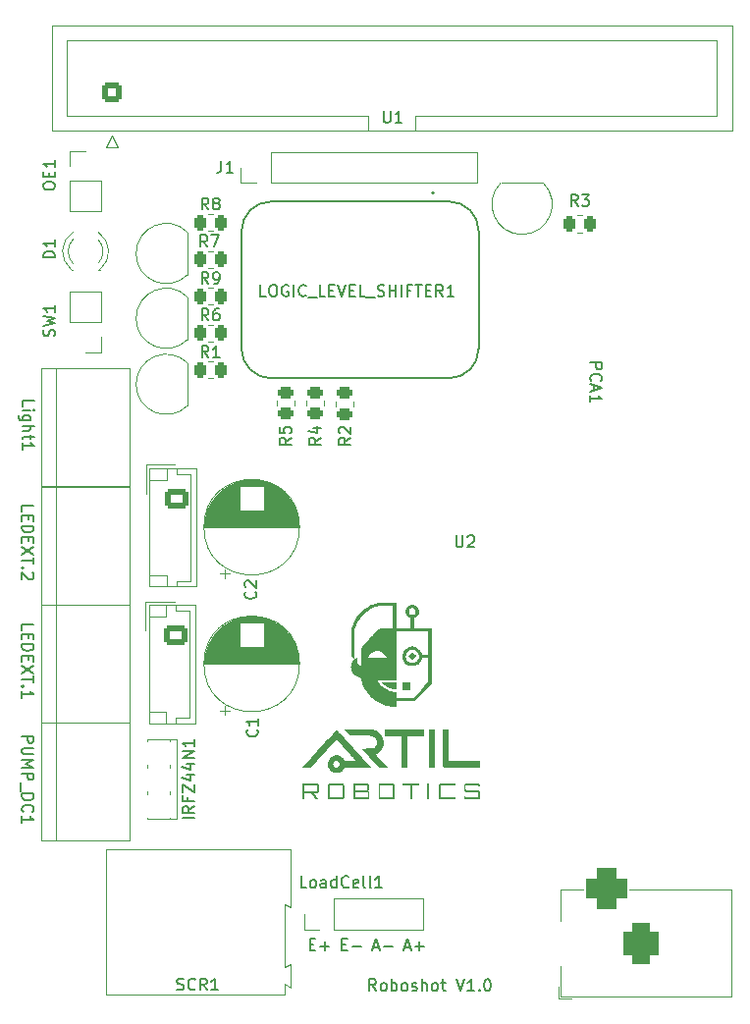
<source format=gto>
G04 #@! TF.GenerationSoftware,KiCad,Pcbnew,(6.0.9)*
G04 #@! TF.CreationDate,2022-11-30T22:13:12-05:00*
G04 #@! TF.ProjectId,Roboshot,526f626f-7368-46f7-942e-6b696361645f,rev?*
G04 #@! TF.SameCoordinates,Original*
G04 #@! TF.FileFunction,Legend,Top*
G04 #@! TF.FilePolarity,Positive*
%FSLAX46Y46*%
G04 Gerber Fmt 4.6, Leading zero omitted, Abs format (unit mm)*
G04 Created by KiCad (PCBNEW (6.0.9)) date 2022-11-30 22:13:12*
%MOMM*%
%LPD*%
G01*
G04 APERTURE LIST*
G04 Aperture macros list*
%AMRoundRect*
0 Rectangle with rounded corners*
0 $1 Rounding radius*
0 $2 $3 $4 $5 $6 $7 $8 $9 X,Y pos of 4 corners*
0 Add a 4 corners polygon primitive as box body*
4,1,4,$2,$3,$4,$5,$6,$7,$8,$9,$2,$3,0*
0 Add four circle primitives for the rounded corners*
1,1,$1+$1,$2,$3*
1,1,$1+$1,$4,$5*
1,1,$1+$1,$6,$7*
1,1,$1+$1,$8,$9*
0 Add four rect primitives between the rounded corners*
20,1,$1+$1,$2,$3,$4,$5,0*
20,1,$1+$1,$4,$5,$6,$7,0*
20,1,$1+$1,$6,$7,$8,$9,0*
20,1,$1+$1,$8,$9,$2,$3,0*%
G04 Aperture macros list end*
%ADD10C,0.329000*%
%ADD11C,0.150000*%
%ADD12C,0.120000*%
%ADD13C,0.127000*%
%ADD14C,0.200000*%
%ADD15R,3.000000X3.000000*%
%ADD16C,3.000000*%
%ADD17RoundRect,0.250000X0.262500X0.450000X-0.262500X0.450000X-0.262500X-0.450000X0.262500X-0.450000X0*%
%ADD18O,1.700000X1.700000*%
%ADD19R,1.700000X1.700000*%
%ADD20R,1.980000X3.960000*%
%ADD21O,1.980000X3.960000*%
%ADD22R,1.500000X1.050000*%
%ADD23O,1.500000X1.050000*%
%ADD24C,1.778000*%
%ADD25R,1.800000X1.714500*%
%ADD26O,1.800000X1.714500*%
%ADD27R,1.800000X1.800000*%
%ADD28C,1.800000*%
%ADD29R,1.600000X1.600000*%
%ADD30C,1.600000*%
%ADD31RoundRect,0.250000X0.600000X-0.600000X0.600000X0.600000X-0.600000X0.600000X-0.600000X-0.600000X0*%
%ADD32C,1.700000*%
%ADD33R,3.500000X3.500000*%
%ADD34RoundRect,0.750000X0.750000X1.000000X-0.750000X1.000000X-0.750000X-1.000000X0.750000X-1.000000X0*%
%ADD35RoundRect,0.875000X0.875000X0.875000X-0.875000X0.875000X-0.875000X-0.875000X0.875000X-0.875000X0*%
%ADD36RoundRect,0.250000X0.450000X-0.262500X0.450000X0.262500X-0.450000X0.262500X-0.450000X-0.262500X0*%
%ADD37RoundRect,0.250000X-0.262500X-0.450000X0.262500X-0.450000X0.262500X0.450000X-0.262500X0.450000X0*%
%ADD38RoundRect,0.250000X-0.725000X0.600000X-0.725000X-0.600000X0.725000X-0.600000X0.725000X0.600000X0*%
%ADD39O,1.950000X1.700000*%
%ADD40RoundRect,0.250000X-0.450000X0.262500X-0.450000X-0.262500X0.450000X-0.262500X0.450000X0.262500X0*%
%ADD41R,1.050000X1.500000*%
%ADD42O,1.050000X1.500000*%
G04 APERTURE END LIST*
D10*
X109435300Y-156921200D02*
G75*
G03*
X109435300Y-156921200I-164500J0D01*
G01*
D11*
X106126542Y-185770780D02*
X105793209Y-185294590D01*
X105555114Y-185770780D02*
X105555114Y-184770780D01*
X105936066Y-184770780D01*
X106031304Y-184818400D01*
X106078923Y-184866019D01*
X106126542Y-184961257D01*
X106126542Y-185104114D01*
X106078923Y-185199352D01*
X106031304Y-185246971D01*
X105936066Y-185294590D01*
X105555114Y-185294590D01*
X106697971Y-185770780D02*
X106602733Y-185723161D01*
X106555114Y-185675542D01*
X106507495Y-185580304D01*
X106507495Y-185294590D01*
X106555114Y-185199352D01*
X106602733Y-185151733D01*
X106697971Y-185104114D01*
X106840828Y-185104114D01*
X106936066Y-185151733D01*
X106983685Y-185199352D01*
X107031304Y-185294590D01*
X107031304Y-185580304D01*
X106983685Y-185675542D01*
X106936066Y-185723161D01*
X106840828Y-185770780D01*
X106697971Y-185770780D01*
X107459876Y-185770780D02*
X107459876Y-184770780D01*
X107459876Y-185151733D02*
X107555114Y-185104114D01*
X107745590Y-185104114D01*
X107840828Y-185151733D01*
X107888447Y-185199352D01*
X107936066Y-185294590D01*
X107936066Y-185580304D01*
X107888447Y-185675542D01*
X107840828Y-185723161D01*
X107745590Y-185770780D01*
X107555114Y-185770780D01*
X107459876Y-185723161D01*
X108507495Y-185770780D02*
X108412257Y-185723161D01*
X108364638Y-185675542D01*
X108317019Y-185580304D01*
X108317019Y-185294590D01*
X108364638Y-185199352D01*
X108412257Y-185151733D01*
X108507495Y-185104114D01*
X108650352Y-185104114D01*
X108745590Y-185151733D01*
X108793209Y-185199352D01*
X108840828Y-185294590D01*
X108840828Y-185580304D01*
X108793209Y-185675542D01*
X108745590Y-185723161D01*
X108650352Y-185770780D01*
X108507495Y-185770780D01*
X109221780Y-185723161D02*
X109317019Y-185770780D01*
X109507495Y-185770780D01*
X109602733Y-185723161D01*
X109650352Y-185627923D01*
X109650352Y-185580304D01*
X109602733Y-185485066D01*
X109507495Y-185437447D01*
X109364638Y-185437447D01*
X109269400Y-185389828D01*
X109221780Y-185294590D01*
X109221780Y-185246971D01*
X109269400Y-185151733D01*
X109364638Y-185104114D01*
X109507495Y-185104114D01*
X109602733Y-185151733D01*
X110078923Y-185770780D02*
X110078923Y-184770780D01*
X110507495Y-185770780D02*
X110507495Y-185246971D01*
X110459876Y-185151733D01*
X110364638Y-185104114D01*
X110221780Y-185104114D01*
X110126542Y-185151733D01*
X110078923Y-185199352D01*
X111126542Y-185770780D02*
X111031304Y-185723161D01*
X110983685Y-185675542D01*
X110936066Y-185580304D01*
X110936066Y-185294590D01*
X110983685Y-185199352D01*
X111031304Y-185151733D01*
X111126542Y-185104114D01*
X111269400Y-185104114D01*
X111364638Y-185151733D01*
X111412257Y-185199352D01*
X111459876Y-185294590D01*
X111459876Y-185580304D01*
X111412257Y-185675542D01*
X111364638Y-185723161D01*
X111269400Y-185770780D01*
X111126542Y-185770780D01*
X111745590Y-185104114D02*
X112126542Y-185104114D01*
X111888447Y-184770780D02*
X111888447Y-185627923D01*
X111936066Y-185723161D01*
X112031304Y-185770780D01*
X112126542Y-185770780D01*
X113078923Y-184770780D02*
X113412257Y-185770780D01*
X113745590Y-184770780D01*
X114602733Y-185770780D02*
X114031304Y-185770780D01*
X114317019Y-185770780D02*
X114317019Y-184770780D01*
X114221780Y-184913638D01*
X114126542Y-185008876D01*
X114031304Y-185056495D01*
X115031304Y-185675542D02*
X115078923Y-185723161D01*
X115031304Y-185770780D01*
X114983685Y-185723161D01*
X115031304Y-185675542D01*
X115031304Y-185770780D01*
X115697971Y-184770780D02*
X115793209Y-184770780D01*
X115888447Y-184818400D01*
X115936066Y-184866019D01*
X115983685Y-184961257D01*
X116031304Y-185151733D01*
X116031304Y-185389828D01*
X115983685Y-185580304D01*
X115936066Y-185675542D01*
X115888447Y-185723161D01*
X115793209Y-185770780D01*
X115697971Y-185770780D01*
X115602733Y-185723161D01*
X115555114Y-185675542D01*
X115507495Y-185580304D01*
X115459876Y-185389828D01*
X115459876Y-185151733D01*
X115507495Y-184961257D01*
X115555114Y-184866019D01*
X115602733Y-184818400D01*
X115697971Y-184770780D01*
X108566057Y-182030666D02*
X109042247Y-182030666D01*
X108470819Y-182316380D02*
X108804152Y-181316380D01*
X109137485Y-182316380D01*
X109470819Y-181935428D02*
X110232723Y-181935428D01*
X109851771Y-182316380D02*
X109851771Y-181554476D01*
X100411066Y-181792571D02*
X100744400Y-181792571D01*
X100887257Y-182316380D02*
X100411066Y-182316380D01*
X100411066Y-181316380D01*
X100887257Y-181316380D01*
X101315828Y-181935428D02*
X102077733Y-181935428D01*
X101696780Y-182316380D02*
X101696780Y-181554476D01*
X105863600Y-182030666D02*
X106339790Y-182030666D01*
X105768362Y-182316380D02*
X106101695Y-181316380D01*
X106435028Y-182316380D01*
X106768362Y-181935428D02*
X107530266Y-181935428D01*
X103161142Y-181792571D02*
X103494476Y-181792571D01*
X103637333Y-182316380D02*
X103161142Y-182316380D01*
X103161142Y-181316380D01*
X103637333Y-181316380D01*
X104065904Y-181935428D02*
X104827809Y-181935428D01*
X75595219Y-163824114D02*
X76595219Y-163824114D01*
X76595219Y-164205066D01*
X76547600Y-164300304D01*
X76499980Y-164347923D01*
X76404742Y-164395542D01*
X76261885Y-164395542D01*
X76166647Y-164347923D01*
X76119028Y-164300304D01*
X76071409Y-164205066D01*
X76071409Y-163824114D01*
X76595219Y-164824114D02*
X75785695Y-164824114D01*
X75690457Y-164871733D01*
X75642838Y-164919352D01*
X75595219Y-165014590D01*
X75595219Y-165205066D01*
X75642838Y-165300304D01*
X75690457Y-165347923D01*
X75785695Y-165395542D01*
X76595219Y-165395542D01*
X75595219Y-165871733D02*
X76595219Y-165871733D01*
X75880933Y-166205066D01*
X76595219Y-166538400D01*
X75595219Y-166538400D01*
X75595219Y-167014590D02*
X76595219Y-167014590D01*
X76595219Y-167395542D01*
X76547600Y-167490780D01*
X76499980Y-167538400D01*
X76404742Y-167586019D01*
X76261885Y-167586019D01*
X76166647Y-167538400D01*
X76119028Y-167490780D01*
X76071409Y-167395542D01*
X76071409Y-167014590D01*
X75499980Y-167776495D02*
X75499980Y-168538400D01*
X75595219Y-168776495D02*
X76595219Y-168776495D01*
X76595219Y-169014590D01*
X76547600Y-169157447D01*
X76452361Y-169252685D01*
X76357123Y-169300304D01*
X76166647Y-169347923D01*
X76023790Y-169347923D01*
X75833314Y-169300304D01*
X75738076Y-169252685D01*
X75642838Y-169157447D01*
X75595219Y-169014590D01*
X75595219Y-168776495D01*
X75690457Y-170347923D02*
X75642838Y-170300304D01*
X75595219Y-170157447D01*
X75595219Y-170062209D01*
X75642838Y-169919352D01*
X75738076Y-169824114D01*
X75833314Y-169776495D01*
X76023790Y-169728876D01*
X76166647Y-169728876D01*
X76357123Y-169776495D01*
X76452361Y-169824114D01*
X76547600Y-169919352D01*
X76595219Y-170062209D01*
X76595219Y-170157447D01*
X76547600Y-170300304D01*
X76499980Y-170347923D01*
X75595219Y-171300304D02*
X75595219Y-170728876D01*
X75595219Y-171014590D02*
X76595219Y-171014590D01*
X76452361Y-170919352D01*
X76357123Y-170824114D01*
X76309504Y-170728876D01*
X75646019Y-135361561D02*
X75646019Y-134885371D01*
X76646019Y-134885371D01*
X75646019Y-135694895D02*
X76312685Y-135694895D01*
X76646019Y-135694895D02*
X76598400Y-135647276D01*
X76550780Y-135694895D01*
X76598400Y-135742514D01*
X76646019Y-135694895D01*
X76550780Y-135694895D01*
X76312685Y-136599657D02*
X75503161Y-136599657D01*
X75407923Y-136552038D01*
X75360304Y-136504419D01*
X75312685Y-136409180D01*
X75312685Y-136266323D01*
X75360304Y-136171085D01*
X75693638Y-136599657D02*
X75646019Y-136504419D01*
X75646019Y-136313942D01*
X75693638Y-136218704D01*
X75741257Y-136171085D01*
X75836495Y-136123466D01*
X76122209Y-136123466D01*
X76217447Y-136171085D01*
X76265066Y-136218704D01*
X76312685Y-136313942D01*
X76312685Y-136504419D01*
X76265066Y-136599657D01*
X75646019Y-137075847D02*
X76646019Y-137075847D01*
X75646019Y-137504419D02*
X76169828Y-137504419D01*
X76265066Y-137456800D01*
X76312685Y-137361561D01*
X76312685Y-137218704D01*
X76265066Y-137123466D01*
X76217447Y-137075847D01*
X76312685Y-137837752D02*
X76312685Y-138218704D01*
X76646019Y-137980609D02*
X75788876Y-137980609D01*
X75693638Y-138028228D01*
X75646019Y-138123466D01*
X75646019Y-138218704D01*
X75646019Y-139075847D02*
X75646019Y-138504419D01*
X75646019Y-138790133D02*
X76646019Y-138790133D01*
X76503161Y-138694895D01*
X76407923Y-138599657D01*
X76360304Y-138504419D01*
X91679733Y-131160780D02*
X91346400Y-130684590D01*
X91108304Y-131160780D02*
X91108304Y-130160780D01*
X91489257Y-130160780D01*
X91584495Y-130208400D01*
X91632114Y-130256019D01*
X91679733Y-130351257D01*
X91679733Y-130494114D01*
X91632114Y-130589352D01*
X91584495Y-130636971D01*
X91489257Y-130684590D01*
X91108304Y-130684590D01*
X92632114Y-131160780D02*
X92060685Y-131160780D01*
X92346400Y-131160780D02*
X92346400Y-130160780D01*
X92251161Y-130303638D01*
X92155923Y-130398876D01*
X92060685Y-130446495D01*
X113030095Y-146518380D02*
X113030095Y-147327904D01*
X113077714Y-147423142D01*
X113125333Y-147470761D01*
X113220571Y-147518380D01*
X113411047Y-147518380D01*
X113506285Y-147470761D01*
X113553904Y-147423142D01*
X113601523Y-147327904D01*
X113601523Y-146518380D01*
X114030095Y-146613619D02*
X114077714Y-146566000D01*
X114172952Y-146518380D01*
X114411047Y-146518380D01*
X114506285Y-146566000D01*
X114553904Y-146613619D01*
X114601523Y-146708857D01*
X114601523Y-146804095D01*
X114553904Y-146946952D01*
X113982476Y-147518380D01*
X114601523Y-147518380D01*
X88966895Y-185672361D02*
X89109752Y-185719980D01*
X89347847Y-185719980D01*
X89443085Y-185672361D01*
X89490704Y-185624742D01*
X89538323Y-185529504D01*
X89538323Y-185434266D01*
X89490704Y-185339028D01*
X89443085Y-185291409D01*
X89347847Y-185243790D01*
X89157371Y-185196171D01*
X89062133Y-185148552D01*
X89014514Y-185100933D01*
X88966895Y-185005695D01*
X88966895Y-184910457D01*
X89014514Y-184815219D01*
X89062133Y-184767600D01*
X89157371Y-184719980D01*
X89395466Y-184719980D01*
X89538323Y-184767600D01*
X90538323Y-185624742D02*
X90490704Y-185672361D01*
X90347847Y-185719980D01*
X90252609Y-185719980D01*
X90109752Y-185672361D01*
X90014514Y-185577123D01*
X89966895Y-185481885D01*
X89919276Y-185291409D01*
X89919276Y-185148552D01*
X89966895Y-184958076D01*
X90014514Y-184862838D01*
X90109752Y-184767600D01*
X90252609Y-184719980D01*
X90347847Y-184719980D01*
X90490704Y-184767600D01*
X90538323Y-184815219D01*
X91538323Y-185719980D02*
X91204990Y-185243790D01*
X90966895Y-185719980D02*
X90966895Y-184719980D01*
X91347847Y-184719980D01*
X91443085Y-184767600D01*
X91490704Y-184815219D01*
X91538323Y-184910457D01*
X91538323Y-185053314D01*
X91490704Y-185148552D01*
X91443085Y-185196171D01*
X91347847Y-185243790D01*
X90966895Y-185243790D01*
X92490704Y-185719980D02*
X91919276Y-185719980D01*
X92204990Y-185719980D02*
X92204990Y-184719980D01*
X92109752Y-184862838D01*
X92014514Y-184958076D01*
X91919276Y-185005695D01*
X75595219Y-154660933D02*
X75595219Y-154184742D01*
X76595219Y-154184742D01*
X76119028Y-154994266D02*
X76119028Y-155327600D01*
X75595219Y-155470457D02*
X75595219Y-154994266D01*
X76595219Y-154994266D01*
X76595219Y-155470457D01*
X75595219Y-155899028D02*
X76595219Y-155899028D01*
X76595219Y-156137123D01*
X76547600Y-156279980D01*
X76452361Y-156375219D01*
X76357123Y-156422838D01*
X76166647Y-156470457D01*
X76023790Y-156470457D01*
X75833314Y-156422838D01*
X75738076Y-156375219D01*
X75642838Y-156279980D01*
X75595219Y-156137123D01*
X75595219Y-155899028D01*
X76119028Y-156899028D02*
X76119028Y-157232361D01*
X75595219Y-157375219D02*
X75595219Y-156899028D01*
X76595219Y-156899028D01*
X76595219Y-157375219D01*
X76595219Y-157708552D02*
X75595219Y-158375219D01*
X76595219Y-158375219D02*
X75595219Y-157708552D01*
X76595219Y-158613314D02*
X76595219Y-159184742D01*
X75595219Y-158899028D02*
X76595219Y-158899028D01*
X75690457Y-159518076D02*
X75642838Y-159565695D01*
X75595219Y-159518076D01*
X75642838Y-159470457D01*
X75690457Y-159518076D01*
X75595219Y-159518076D01*
X75595219Y-160518076D02*
X75595219Y-159946647D01*
X75595219Y-160232361D02*
X76595219Y-160232361D01*
X76452361Y-160137123D01*
X76357123Y-160041885D01*
X76309504Y-159946647D01*
X124609219Y-131609033D02*
X125609219Y-131609033D01*
X125609219Y-131989985D01*
X125561600Y-132085223D01*
X125513980Y-132132842D01*
X125418742Y-132180461D01*
X125275885Y-132180461D01*
X125180647Y-132132842D01*
X125133028Y-132085223D01*
X125085409Y-131989985D01*
X125085409Y-131609033D01*
X124704457Y-133180461D02*
X124656838Y-133132842D01*
X124609219Y-132989985D01*
X124609219Y-132894747D01*
X124656838Y-132751890D01*
X124752076Y-132656652D01*
X124847314Y-132609033D01*
X125037790Y-132561414D01*
X125180647Y-132561414D01*
X125371123Y-132609033D01*
X125466361Y-132656652D01*
X125561600Y-132751890D01*
X125609219Y-132894747D01*
X125609219Y-132989985D01*
X125561600Y-133132842D01*
X125513980Y-133180461D01*
X124894933Y-133561414D02*
X124894933Y-134037604D01*
X124609219Y-133466176D02*
X125609219Y-133799509D01*
X124609219Y-134132842D01*
X124609219Y-134989985D02*
X124609219Y-134418557D01*
X124609219Y-134704271D02*
X125609219Y-134704271D01*
X125466361Y-134609033D01*
X125371123Y-134513795D01*
X125323504Y-134418557D01*
X90417980Y-170890842D02*
X89417980Y-170890842D01*
X90417980Y-169843223D02*
X89941790Y-170176557D01*
X90417980Y-170414652D02*
X89417980Y-170414652D01*
X89417980Y-170033700D01*
X89465600Y-169938461D01*
X89513219Y-169890842D01*
X89608457Y-169843223D01*
X89751314Y-169843223D01*
X89846552Y-169890842D01*
X89894171Y-169938461D01*
X89941790Y-170033700D01*
X89941790Y-170414652D01*
X89894171Y-169081319D02*
X89894171Y-169414652D01*
X90417980Y-169414652D02*
X89417980Y-169414652D01*
X89417980Y-168938461D01*
X89417980Y-168652747D02*
X89417980Y-167986080D01*
X90417980Y-168652747D01*
X90417980Y-167986080D01*
X89751314Y-167176557D02*
X90417980Y-167176557D01*
X89370361Y-167414652D02*
X90084647Y-167652747D01*
X90084647Y-167033700D01*
X89751314Y-166224176D02*
X90417980Y-166224176D01*
X89370361Y-166462271D02*
X90084647Y-166700366D01*
X90084647Y-166081319D01*
X90417980Y-165700366D02*
X89417980Y-165700366D01*
X90417980Y-165128938D01*
X89417980Y-165128938D01*
X90417980Y-164128938D02*
X90417980Y-164700366D01*
X90417980Y-164414652D02*
X89417980Y-164414652D01*
X89560838Y-164509890D01*
X89656076Y-164605128D01*
X89703695Y-164700366D01*
X91679733Y-127960380D02*
X91346400Y-127484190D01*
X91108304Y-127960380D02*
X91108304Y-126960380D01*
X91489257Y-126960380D01*
X91584495Y-127008000D01*
X91632114Y-127055619D01*
X91679733Y-127150857D01*
X91679733Y-127293714D01*
X91632114Y-127388952D01*
X91584495Y-127436571D01*
X91489257Y-127484190D01*
X91108304Y-127484190D01*
X92536876Y-126960380D02*
X92346400Y-126960380D01*
X92251161Y-127008000D01*
X92203542Y-127055619D01*
X92108304Y-127198476D01*
X92060685Y-127388952D01*
X92060685Y-127769904D01*
X92108304Y-127865142D01*
X92155923Y-127912761D01*
X92251161Y-127960380D01*
X92441638Y-127960380D01*
X92536876Y-127912761D01*
X92584495Y-127865142D01*
X92632114Y-127769904D01*
X92632114Y-127531809D01*
X92584495Y-127436571D01*
X92536876Y-127388952D01*
X92441638Y-127341333D01*
X92251161Y-127341333D01*
X92155923Y-127388952D01*
X92108304Y-127436571D01*
X92060685Y-127531809D01*
X78432280Y-122556495D02*
X77432280Y-122556495D01*
X77432280Y-122318400D01*
X77479900Y-122175542D01*
X77575138Y-122080304D01*
X77670376Y-122032685D01*
X77860852Y-121985066D01*
X78003709Y-121985066D01*
X78194185Y-122032685D01*
X78289423Y-122080304D01*
X78384661Y-122175542D01*
X78432280Y-122318400D01*
X78432280Y-122556495D01*
X78432280Y-121032685D02*
X78432280Y-121604114D01*
X78432280Y-121318400D02*
X77432280Y-121318400D01*
X77575138Y-121413638D01*
X77670376Y-121508876D01*
X77717995Y-121604114D01*
X95708742Y-151358266D02*
X95756361Y-151405885D01*
X95803980Y-151548742D01*
X95803980Y-151643980D01*
X95756361Y-151786838D01*
X95661123Y-151882076D01*
X95565885Y-151929695D01*
X95375409Y-151977314D01*
X95232552Y-151977314D01*
X95042076Y-151929695D01*
X94946838Y-151882076D01*
X94851600Y-151786838D01*
X94803980Y-151643980D01*
X94803980Y-151548742D01*
X94851600Y-151405885D01*
X94899219Y-151358266D01*
X94899219Y-150977314D02*
X94851600Y-150929695D01*
X94803980Y-150834457D01*
X94803980Y-150596361D01*
X94851600Y-150501123D01*
X94899219Y-150453504D01*
X94994457Y-150405885D01*
X95089695Y-150405885D01*
X95232552Y-150453504D01*
X95803980Y-151024933D01*
X95803980Y-150405885D01*
X100147809Y-176880780D02*
X99671619Y-176880780D01*
X99671619Y-175880780D01*
X100624000Y-176880780D02*
X100528761Y-176833161D01*
X100481142Y-176785542D01*
X100433523Y-176690304D01*
X100433523Y-176404590D01*
X100481142Y-176309352D01*
X100528761Y-176261733D01*
X100624000Y-176214114D01*
X100766857Y-176214114D01*
X100862095Y-176261733D01*
X100909714Y-176309352D01*
X100957333Y-176404590D01*
X100957333Y-176690304D01*
X100909714Y-176785542D01*
X100862095Y-176833161D01*
X100766857Y-176880780D01*
X100624000Y-176880780D01*
X101814476Y-176880780D02*
X101814476Y-176356971D01*
X101766857Y-176261733D01*
X101671619Y-176214114D01*
X101481142Y-176214114D01*
X101385904Y-176261733D01*
X101814476Y-176833161D02*
X101719238Y-176880780D01*
X101481142Y-176880780D01*
X101385904Y-176833161D01*
X101338285Y-176737923D01*
X101338285Y-176642685D01*
X101385904Y-176547447D01*
X101481142Y-176499828D01*
X101719238Y-176499828D01*
X101814476Y-176452209D01*
X102719238Y-176880780D02*
X102719238Y-175880780D01*
X102719238Y-176833161D02*
X102624000Y-176880780D01*
X102433523Y-176880780D01*
X102338285Y-176833161D01*
X102290666Y-176785542D01*
X102243047Y-176690304D01*
X102243047Y-176404590D01*
X102290666Y-176309352D01*
X102338285Y-176261733D01*
X102433523Y-176214114D01*
X102624000Y-176214114D01*
X102719238Y-176261733D01*
X103766857Y-176785542D02*
X103719238Y-176833161D01*
X103576380Y-176880780D01*
X103481142Y-176880780D01*
X103338285Y-176833161D01*
X103243047Y-176737923D01*
X103195428Y-176642685D01*
X103147809Y-176452209D01*
X103147809Y-176309352D01*
X103195428Y-176118876D01*
X103243047Y-176023638D01*
X103338285Y-175928400D01*
X103481142Y-175880780D01*
X103576380Y-175880780D01*
X103719238Y-175928400D01*
X103766857Y-175976019D01*
X104576380Y-176833161D02*
X104481142Y-176880780D01*
X104290666Y-176880780D01*
X104195428Y-176833161D01*
X104147809Y-176737923D01*
X104147809Y-176356971D01*
X104195428Y-176261733D01*
X104290666Y-176214114D01*
X104481142Y-176214114D01*
X104576380Y-176261733D01*
X104624000Y-176356971D01*
X104624000Y-176452209D01*
X104147809Y-176547447D01*
X105195428Y-176880780D02*
X105100190Y-176833161D01*
X105052571Y-176737923D01*
X105052571Y-175880780D01*
X105719238Y-176880780D02*
X105624000Y-176833161D01*
X105576380Y-176737923D01*
X105576380Y-175880780D01*
X106624000Y-176880780D02*
X106052571Y-176880780D01*
X106338285Y-176880780D02*
X106338285Y-175880780D01*
X106243047Y-176023638D01*
X106147809Y-176118876D01*
X106052571Y-176166495D01*
X123531333Y-118105180D02*
X123198000Y-117628990D01*
X122959904Y-118105180D02*
X122959904Y-117105180D01*
X123340857Y-117105180D01*
X123436095Y-117152800D01*
X123483714Y-117200419D01*
X123531333Y-117295657D01*
X123531333Y-117438514D01*
X123483714Y-117533752D01*
X123436095Y-117581371D01*
X123340857Y-117628990D01*
X122959904Y-117628990D01*
X123864666Y-117105180D02*
X124483714Y-117105180D01*
X124150380Y-117486133D01*
X124293238Y-117486133D01*
X124388476Y-117533752D01*
X124436095Y-117581371D01*
X124483714Y-117676609D01*
X124483714Y-117914704D01*
X124436095Y-118009942D01*
X124388476Y-118057561D01*
X124293238Y-118105180D01*
X124007523Y-118105180D01*
X123912285Y-118057561D01*
X123864666Y-118009942D01*
X106793195Y-109911980D02*
X106793195Y-110721504D01*
X106840814Y-110816742D01*
X106888433Y-110864361D01*
X106983671Y-110911980D01*
X107174147Y-110911980D01*
X107269385Y-110864361D01*
X107317004Y-110816742D01*
X107364623Y-110721504D01*
X107364623Y-109911980D01*
X108364623Y-110911980D02*
X107793195Y-110911980D01*
X108078909Y-110911980D02*
X108078909Y-109911980D01*
X107983671Y-110054838D01*
X107888433Y-110150076D01*
X107793195Y-110197695D01*
X91679733Y-118409980D02*
X91346400Y-117933790D01*
X91108304Y-118409980D02*
X91108304Y-117409980D01*
X91489257Y-117409980D01*
X91584495Y-117457600D01*
X91632114Y-117505219D01*
X91679733Y-117600457D01*
X91679733Y-117743314D01*
X91632114Y-117838552D01*
X91584495Y-117886171D01*
X91489257Y-117933790D01*
X91108304Y-117933790D01*
X92251161Y-117838552D02*
X92155923Y-117790933D01*
X92108304Y-117743314D01*
X92060685Y-117648076D01*
X92060685Y-117600457D01*
X92108304Y-117505219D01*
X92155923Y-117457600D01*
X92251161Y-117409980D01*
X92441638Y-117409980D01*
X92536876Y-117457600D01*
X92584495Y-117505219D01*
X92632114Y-117600457D01*
X92632114Y-117648076D01*
X92584495Y-117743314D01*
X92536876Y-117790933D01*
X92441638Y-117838552D01*
X92251161Y-117838552D01*
X92155923Y-117886171D01*
X92108304Y-117933790D01*
X92060685Y-118029028D01*
X92060685Y-118219504D01*
X92108304Y-118314742D01*
X92155923Y-118362361D01*
X92251161Y-118409980D01*
X92441638Y-118409980D01*
X92536876Y-118362361D01*
X92584495Y-118314742D01*
X92632114Y-118219504D01*
X92632114Y-118029028D01*
X92584495Y-117933790D01*
X92536876Y-117886171D01*
X92441638Y-117838552D01*
X103931980Y-138088666D02*
X103455790Y-138422000D01*
X103931980Y-138660095D02*
X102931980Y-138660095D01*
X102931980Y-138279142D01*
X102979600Y-138183904D01*
X103027219Y-138136285D01*
X103122457Y-138088666D01*
X103265314Y-138088666D01*
X103360552Y-138136285D01*
X103408171Y-138183904D01*
X103455790Y-138279142D01*
X103455790Y-138660095D01*
X103027219Y-137707714D02*
X102979600Y-137660095D01*
X102931980Y-137564857D01*
X102931980Y-137326761D01*
X102979600Y-137231523D01*
X103027219Y-137183904D01*
X103122457Y-137136285D01*
X103217695Y-137136285D01*
X103360552Y-137183904D01*
X103931980Y-137755333D01*
X103931980Y-137136285D01*
X91580033Y-121610380D02*
X91246700Y-121134190D01*
X91008604Y-121610380D02*
X91008604Y-120610380D01*
X91389557Y-120610380D01*
X91484795Y-120658000D01*
X91532414Y-120705619D01*
X91580033Y-120800857D01*
X91580033Y-120943714D01*
X91532414Y-121038952D01*
X91484795Y-121086571D01*
X91389557Y-121134190D01*
X91008604Y-121134190D01*
X91913366Y-120610380D02*
X92580033Y-120610380D01*
X92151461Y-121610380D01*
X92783066Y-114209580D02*
X92783066Y-114923866D01*
X92735447Y-115066723D01*
X92640209Y-115161961D01*
X92497352Y-115209580D01*
X92402114Y-115209580D01*
X93783066Y-115209580D02*
X93211638Y-115209580D01*
X93497352Y-115209580D02*
X93497352Y-114209580D01*
X93402114Y-114352438D01*
X93306876Y-114447676D01*
X93211638Y-114495295D01*
X75595219Y-144450133D02*
X75595219Y-143973942D01*
X76595219Y-143973942D01*
X76119028Y-144783466D02*
X76119028Y-145116800D01*
X75595219Y-145259657D02*
X75595219Y-144783466D01*
X76595219Y-144783466D01*
X76595219Y-145259657D01*
X75595219Y-145688228D02*
X76595219Y-145688228D01*
X76595219Y-145926323D01*
X76547600Y-146069180D01*
X76452361Y-146164419D01*
X76357123Y-146212038D01*
X76166647Y-146259657D01*
X76023790Y-146259657D01*
X75833314Y-146212038D01*
X75738076Y-146164419D01*
X75642838Y-146069180D01*
X75595219Y-145926323D01*
X75595219Y-145688228D01*
X76119028Y-146688228D02*
X76119028Y-147021561D01*
X75595219Y-147164419D02*
X75595219Y-146688228D01*
X76595219Y-146688228D01*
X76595219Y-147164419D01*
X76595219Y-147497752D02*
X75595219Y-148164419D01*
X76595219Y-148164419D02*
X75595219Y-147497752D01*
X76595219Y-148402514D02*
X76595219Y-148973942D01*
X75595219Y-148688228D02*
X76595219Y-148688228D01*
X75690457Y-149307276D02*
X75642838Y-149354895D01*
X75595219Y-149307276D01*
X75642838Y-149259657D01*
X75690457Y-149307276D01*
X75595219Y-149307276D01*
X76499980Y-149735847D02*
X76547600Y-149783466D01*
X76595219Y-149878704D01*
X76595219Y-150116800D01*
X76547600Y-150212038D01*
X76499980Y-150259657D01*
X76404742Y-150307276D01*
X76309504Y-150307276D01*
X76166647Y-150259657D01*
X75595219Y-149688228D01*
X75595219Y-150307276D01*
X91679733Y-124810780D02*
X91346400Y-124334590D01*
X91108304Y-124810780D02*
X91108304Y-123810780D01*
X91489257Y-123810780D01*
X91584495Y-123858400D01*
X91632114Y-123906019D01*
X91679733Y-124001257D01*
X91679733Y-124144114D01*
X91632114Y-124239352D01*
X91584495Y-124286971D01*
X91489257Y-124334590D01*
X91108304Y-124334590D01*
X92155923Y-124810780D02*
X92346400Y-124810780D01*
X92441638Y-124763161D01*
X92489257Y-124715542D01*
X92584495Y-124572685D01*
X92632114Y-124382209D01*
X92632114Y-124001257D01*
X92584495Y-123906019D01*
X92536876Y-123858400D01*
X92441638Y-123810780D01*
X92251161Y-123810780D01*
X92155923Y-123858400D01*
X92108304Y-123906019D01*
X92060685Y-124001257D01*
X92060685Y-124239352D01*
X92108304Y-124334590D01*
X92155923Y-124382209D01*
X92251161Y-124429828D01*
X92441638Y-124429828D01*
X92536876Y-124382209D01*
X92584495Y-124334590D01*
X92632114Y-124239352D01*
X101341180Y-138088666D02*
X100864990Y-138422000D01*
X101341180Y-138660095D02*
X100341180Y-138660095D01*
X100341180Y-138279142D01*
X100388800Y-138183904D01*
X100436419Y-138136285D01*
X100531657Y-138088666D01*
X100674514Y-138088666D01*
X100769752Y-138136285D01*
X100817371Y-138183904D01*
X100864990Y-138279142D01*
X100864990Y-138660095D01*
X100674514Y-137231523D02*
X101341180Y-137231523D01*
X100293561Y-137469619D02*
X101007847Y-137707714D01*
X101007847Y-137088666D01*
X78384661Y-129322033D02*
X78432280Y-129179176D01*
X78432280Y-128941080D01*
X78384661Y-128845842D01*
X78337042Y-128798223D01*
X78241804Y-128750604D01*
X78146566Y-128750604D01*
X78051328Y-128798223D01*
X78003709Y-128845842D01*
X77956090Y-128941080D01*
X77908471Y-129131557D01*
X77860852Y-129226795D01*
X77813233Y-129274414D01*
X77717995Y-129322033D01*
X77622757Y-129322033D01*
X77527519Y-129274414D01*
X77479900Y-129226795D01*
X77432280Y-129131557D01*
X77432280Y-128893461D01*
X77479900Y-128750604D01*
X77432280Y-128417271D02*
X78432280Y-128179176D01*
X77717995Y-127988700D01*
X78432280Y-127798223D01*
X77432280Y-127560128D01*
X78432280Y-126655366D02*
X78432280Y-127226795D01*
X78432280Y-126941080D02*
X77432280Y-126941080D01*
X77575138Y-127036319D01*
X77670376Y-127131557D01*
X77717995Y-127226795D01*
X96649566Y-125886780D02*
X96173376Y-125886780D01*
X96173376Y-124886780D01*
X97173376Y-124886780D02*
X97363852Y-124886780D01*
X97459090Y-124934400D01*
X97554328Y-125029638D01*
X97601947Y-125220114D01*
X97601947Y-125553447D01*
X97554328Y-125743923D01*
X97459090Y-125839161D01*
X97363852Y-125886780D01*
X97173376Y-125886780D01*
X97078138Y-125839161D01*
X96982900Y-125743923D01*
X96935280Y-125553447D01*
X96935280Y-125220114D01*
X96982900Y-125029638D01*
X97078138Y-124934400D01*
X97173376Y-124886780D01*
X98554328Y-124934400D02*
X98459090Y-124886780D01*
X98316233Y-124886780D01*
X98173376Y-124934400D01*
X98078138Y-125029638D01*
X98030519Y-125124876D01*
X97982900Y-125315352D01*
X97982900Y-125458209D01*
X98030519Y-125648685D01*
X98078138Y-125743923D01*
X98173376Y-125839161D01*
X98316233Y-125886780D01*
X98411471Y-125886780D01*
X98554328Y-125839161D01*
X98601947Y-125791542D01*
X98601947Y-125458209D01*
X98411471Y-125458209D01*
X99030519Y-125886780D02*
X99030519Y-124886780D01*
X100078138Y-125791542D02*
X100030519Y-125839161D01*
X99887661Y-125886780D01*
X99792423Y-125886780D01*
X99649566Y-125839161D01*
X99554328Y-125743923D01*
X99506709Y-125648685D01*
X99459090Y-125458209D01*
X99459090Y-125315352D01*
X99506709Y-125124876D01*
X99554328Y-125029638D01*
X99649566Y-124934400D01*
X99792423Y-124886780D01*
X99887661Y-124886780D01*
X100030519Y-124934400D01*
X100078138Y-124982019D01*
X100268614Y-125982019D02*
X101030519Y-125982019D01*
X101744804Y-125886780D02*
X101268614Y-125886780D01*
X101268614Y-124886780D01*
X102078138Y-125362971D02*
X102411471Y-125362971D01*
X102554328Y-125886780D02*
X102078138Y-125886780D01*
X102078138Y-124886780D01*
X102554328Y-124886780D01*
X102840042Y-124886780D02*
X103173376Y-125886780D01*
X103506709Y-124886780D01*
X103840042Y-125362971D02*
X104173376Y-125362971D01*
X104316233Y-125886780D02*
X103840042Y-125886780D01*
X103840042Y-124886780D01*
X104316233Y-124886780D01*
X105220995Y-125886780D02*
X104744804Y-125886780D01*
X104744804Y-124886780D01*
X105316233Y-125982019D02*
X106078138Y-125982019D01*
X106268614Y-125839161D02*
X106411471Y-125886780D01*
X106649566Y-125886780D01*
X106744804Y-125839161D01*
X106792423Y-125791542D01*
X106840042Y-125696304D01*
X106840042Y-125601066D01*
X106792423Y-125505828D01*
X106744804Y-125458209D01*
X106649566Y-125410590D01*
X106459090Y-125362971D01*
X106363852Y-125315352D01*
X106316233Y-125267733D01*
X106268614Y-125172495D01*
X106268614Y-125077257D01*
X106316233Y-124982019D01*
X106363852Y-124934400D01*
X106459090Y-124886780D01*
X106697185Y-124886780D01*
X106840042Y-124934400D01*
X107268614Y-125886780D02*
X107268614Y-124886780D01*
X107268614Y-125362971D02*
X107840042Y-125362971D01*
X107840042Y-125886780D02*
X107840042Y-124886780D01*
X108316233Y-125886780D02*
X108316233Y-124886780D01*
X109125757Y-125362971D02*
X108792423Y-125362971D01*
X108792423Y-125886780D02*
X108792423Y-124886780D01*
X109268614Y-124886780D01*
X109506709Y-124886780D02*
X110078138Y-124886780D01*
X109792423Y-125886780D02*
X109792423Y-124886780D01*
X110411471Y-125362971D02*
X110744804Y-125362971D01*
X110887661Y-125886780D02*
X110411471Y-125886780D01*
X110411471Y-124886780D01*
X110887661Y-124886780D01*
X111887661Y-125886780D02*
X111554328Y-125410590D01*
X111316233Y-125886780D02*
X111316233Y-124886780D01*
X111697185Y-124886780D01*
X111792423Y-124934400D01*
X111840042Y-124982019D01*
X111887661Y-125077257D01*
X111887661Y-125220114D01*
X111840042Y-125315352D01*
X111792423Y-125362971D01*
X111697185Y-125410590D01*
X111316233Y-125410590D01*
X112840042Y-125886780D02*
X112268614Y-125886780D01*
X112554328Y-125886780D02*
X112554328Y-124886780D01*
X112459090Y-125029638D01*
X112363852Y-125124876D01*
X112268614Y-125172495D01*
X77432280Y-116463709D02*
X77432280Y-116273233D01*
X77479900Y-116177995D01*
X77575138Y-116082757D01*
X77765614Y-116035138D01*
X78098947Y-116035138D01*
X78289423Y-116082757D01*
X78384661Y-116177995D01*
X78432280Y-116273233D01*
X78432280Y-116463709D01*
X78384661Y-116558947D01*
X78289423Y-116654185D01*
X78098947Y-116701804D01*
X77765614Y-116701804D01*
X77575138Y-116654185D01*
X77479900Y-116558947D01*
X77432280Y-116463709D01*
X77908471Y-115606566D02*
X77908471Y-115273233D01*
X78432280Y-115130376D02*
X78432280Y-115606566D01*
X77432280Y-115606566D01*
X77432280Y-115130376D01*
X78432280Y-114177995D02*
X78432280Y-114749423D01*
X78432280Y-114463709D02*
X77432280Y-114463709D01*
X77575138Y-114558947D01*
X77670376Y-114654185D01*
X77717995Y-114749423D01*
X98801180Y-138088666D02*
X98324990Y-138422000D01*
X98801180Y-138660095D02*
X97801180Y-138660095D01*
X97801180Y-138279142D01*
X97848800Y-138183904D01*
X97896419Y-138136285D01*
X97991657Y-138088666D01*
X98134514Y-138088666D01*
X98229752Y-138136285D01*
X98277371Y-138183904D01*
X98324990Y-138279142D01*
X98324990Y-138660095D01*
X97801180Y-137183904D02*
X97801180Y-137660095D01*
X98277371Y-137707714D01*
X98229752Y-137660095D01*
X98182133Y-137564857D01*
X98182133Y-137326761D01*
X98229752Y-137231523D01*
X98277371Y-137183904D01*
X98372609Y-137136285D01*
X98610704Y-137136285D01*
X98705942Y-137183904D01*
X98753561Y-137231523D01*
X98801180Y-137326761D01*
X98801180Y-137564857D01*
X98753561Y-137660095D01*
X98705942Y-137707714D01*
X95861142Y-163245466D02*
X95908761Y-163293085D01*
X95956380Y-163435942D01*
X95956380Y-163531180D01*
X95908761Y-163674038D01*
X95813523Y-163769276D01*
X95718285Y-163816895D01*
X95527809Y-163864514D01*
X95384952Y-163864514D01*
X95194476Y-163816895D01*
X95099238Y-163769276D01*
X95004000Y-163674038D01*
X94956380Y-163531180D01*
X94956380Y-163435942D01*
X95004000Y-163293085D01*
X95051619Y-163245466D01*
X95956380Y-162293085D02*
X95956380Y-162864514D01*
X95956380Y-162578800D02*
X94956380Y-162578800D01*
X95099238Y-162674038D01*
X95194476Y-162769276D01*
X95242095Y-162864514D01*
G36*
X100406033Y-167870186D02*
G01*
X101029164Y-167872077D01*
X101068979Y-167891629D01*
X101110753Y-167918846D01*
X101147715Y-167955634D01*
X101176212Y-167997987D01*
X101186187Y-168020116D01*
X101189934Y-168030655D01*
X101192966Y-168041223D01*
X101195343Y-168053328D01*
X101197130Y-168068478D01*
X101198387Y-168088183D01*
X101199177Y-168113950D01*
X101199562Y-168147287D01*
X101199606Y-168189704D01*
X101199369Y-168242709D01*
X101198914Y-168307809D01*
X101198781Y-168325234D01*
X101196728Y-168591208D01*
X101178225Y-168626256D01*
X101158327Y-168656235D01*
X101131147Y-168687073D01*
X101100756Y-168714778D01*
X101071225Y-168735359D01*
X101062180Y-168739991D01*
X101049957Y-168744304D01*
X101033316Y-168747689D01*
X101010275Y-168750326D01*
X100978856Y-168752393D01*
X100937078Y-168754070D01*
X100893676Y-168755282D01*
X100751207Y-168758773D01*
X100972740Y-169020593D01*
X101194273Y-169282412D01*
X101088432Y-169284343D01*
X101047840Y-169284998D01*
X101018878Y-169285061D01*
X100999215Y-169284256D01*
X100986521Y-169282311D01*
X100978466Y-169278949D01*
X100972720Y-169273898D01*
X100969763Y-169270379D01*
X100962732Y-169261891D01*
X100947667Y-169243861D01*
X100925526Y-169217432D01*
X100897265Y-169183744D01*
X100863843Y-169143939D01*
X100826218Y-169099158D01*
X100785348Y-169050543D01*
X100748412Y-169006629D01*
X100539889Y-168758773D01*
X100241687Y-168756952D01*
X99943485Y-168755132D01*
X99943485Y-169285903D01*
X99782902Y-169285903D01*
X99782902Y-168191849D01*
X99944322Y-168191849D01*
X99944384Y-168239980D01*
X99944776Y-168300106D01*
X99944960Y-168321859D01*
X99945549Y-168384684D01*
X99946160Y-168435048D01*
X99946891Y-168474454D01*
X99947839Y-168504405D01*
X99949103Y-168526405D01*
X99950781Y-168541957D01*
X99952971Y-168552562D01*
X99955771Y-168559725D01*
X99959279Y-168564948D01*
X99960939Y-168566872D01*
X99976038Y-168580357D01*
X99988867Y-168588099D01*
X99998020Y-168589052D01*
X100019984Y-168589968D01*
X100053606Y-168590832D01*
X100097734Y-168591631D01*
X100151215Y-168592351D01*
X100212897Y-168592977D01*
X100281626Y-168593496D01*
X100356250Y-168593894D01*
X100435616Y-168594157D01*
X100497495Y-168594257D01*
X100992160Y-168594699D01*
X101040168Y-168546691D01*
X101036146Y-168071361D01*
X101016789Y-168052010D01*
X100997433Y-168032660D01*
X100501795Y-168030777D01*
X100403663Y-168030397D01*
X100318532Y-168030102D01*
X100245436Y-168029964D01*
X100183412Y-168030053D01*
X100131497Y-168030441D01*
X100088727Y-168031200D01*
X100054137Y-168032400D01*
X100026765Y-168034114D01*
X100005646Y-168036412D01*
X99989816Y-168039366D01*
X99978312Y-168043048D01*
X99970169Y-168047528D01*
X99964425Y-168052878D01*
X99960115Y-168059169D01*
X99956275Y-168066474D01*
X99953805Y-168071354D01*
X99950787Y-168078869D01*
X99948414Y-168089420D01*
X99946634Y-168104500D01*
X99945394Y-168125603D01*
X99944640Y-168154221D01*
X99944322Y-168191849D01*
X99782902Y-168191849D01*
X99782902Y-167868294D01*
X100406033Y-167870186D01*
G37*
G36*
X101961263Y-168477642D02*
G01*
X101961222Y-168388034D01*
X101961291Y-168310430D01*
X101961577Y-168243849D01*
X101962185Y-168187311D01*
X101963220Y-168139837D01*
X101964788Y-168100446D01*
X101966995Y-168068159D01*
X101969946Y-168041995D01*
X101973747Y-168020975D01*
X101978504Y-168004118D01*
X101984321Y-167990446D01*
X101991305Y-167978976D01*
X101999560Y-167968731D01*
X102009193Y-167958729D01*
X102020310Y-167947991D01*
X102030484Y-167938070D01*
X102042774Y-167925601D01*
X102053567Y-167914715D01*
X102063850Y-167905305D01*
X102074609Y-167897264D01*
X102086831Y-167890484D01*
X102101501Y-167884860D01*
X102119606Y-167880283D01*
X102142132Y-167876647D01*
X102170065Y-167873844D01*
X102204391Y-167871768D01*
X102246097Y-167870311D01*
X102296168Y-167869367D01*
X102355592Y-167868827D01*
X102425354Y-167868586D01*
X102506440Y-167868536D01*
X102599836Y-167868570D01*
X102670440Y-167868586D01*
X102767940Y-167868592D01*
X102852484Y-167868630D01*
X102925081Y-167868725D01*
X102986740Y-167868905D01*
X103038468Y-167869198D01*
X103081274Y-167869630D01*
X103116167Y-167870228D01*
X103144154Y-167871020D01*
X103166244Y-167872032D01*
X103183446Y-167873293D01*
X103196767Y-167874828D01*
X103207216Y-167876665D01*
X103215802Y-167878831D01*
X103223532Y-167881354D01*
X103229716Y-167883623D01*
X103268247Y-167904051D01*
X103305541Y-167934584D01*
X103337770Y-167971608D01*
X103357959Y-168004732D01*
X103375068Y-168039641D01*
X103375068Y-169114848D01*
X103351121Y-169159015D01*
X103318036Y-169207102D01*
X103276001Y-169244894D01*
X103239872Y-169266308D01*
X103207504Y-169282412D01*
X102680373Y-169283778D01*
X102577485Y-169283999D01*
X102487700Y-169284086D01*
X102410160Y-169284027D01*
X102344004Y-169283809D01*
X102288373Y-169283420D01*
X102242408Y-169282849D01*
X102205249Y-169282083D01*
X102176037Y-169281110D01*
X102153912Y-169279918D01*
X102138014Y-169278495D01*
X102127485Y-169276829D01*
X102124088Y-169275940D01*
X102074189Y-169253050D01*
X102030456Y-169218563D01*
X101994751Y-169174165D01*
X101978086Y-169143749D01*
X101961378Y-169107866D01*
X101961374Y-169077844D01*
X102121825Y-169077844D01*
X102169301Y-169125320D01*
X102662567Y-169125320D01*
X102759019Y-169125289D01*
X102842472Y-169125183D01*
X102913892Y-169124982D01*
X102974243Y-169124667D01*
X103024490Y-169124216D01*
X103065598Y-169123610D01*
X103098532Y-169122831D01*
X103124258Y-169121856D01*
X103143740Y-169120667D01*
X103157942Y-169119244D01*
X103167831Y-169117567D01*
X103174371Y-169115616D01*
X103176314Y-169114729D01*
X103184155Y-169110756D01*
X103190954Y-169106865D01*
X103196783Y-169102095D01*
X103201712Y-169095481D01*
X103205810Y-169086063D01*
X103209148Y-169072876D01*
X103211797Y-169054958D01*
X103213826Y-169031345D01*
X103215306Y-169001076D01*
X103216308Y-168963188D01*
X103216901Y-168916717D01*
X103217156Y-168860701D01*
X103217144Y-168794176D01*
X103216934Y-168716181D01*
X103216597Y-168625752D01*
X103216368Y-168566279D01*
X103214485Y-168069910D01*
X103191684Y-168049539D01*
X103168883Y-168029169D01*
X102672822Y-168029169D01*
X102566704Y-168029248D01*
X102474072Y-168029491D01*
X102394449Y-168029905D01*
X102327359Y-168030498D01*
X102272323Y-168031276D01*
X102228866Y-168032247D01*
X102196511Y-168033417D01*
X102174781Y-168034796D01*
X102163198Y-168036389D01*
X102161511Y-168036968D01*
X102145051Y-168048676D01*
X102134198Y-168059659D01*
X102131886Y-168063273D01*
X102129888Y-168068651D01*
X102128180Y-168076766D01*
X102126739Y-168088591D01*
X102125543Y-168105097D01*
X102124567Y-168127259D01*
X102123790Y-168156048D01*
X102123188Y-168192437D01*
X102122738Y-168237400D01*
X102122418Y-168291908D01*
X102122204Y-168356934D01*
X102122072Y-168433452D01*
X102122001Y-168522434D01*
X102121980Y-168576197D01*
X102121825Y-169077844D01*
X101961374Y-169077844D01*
X101961310Y-168580234D01*
X101961263Y-168477642D01*
G37*
G36*
X104748749Y-167870179D02*
G01*
X105343952Y-167872077D01*
X105378861Y-167890689D01*
X105418908Y-167918138D01*
X105455804Y-167954558D01*
X105484715Y-167995057D01*
X105488096Y-168001241D01*
X105492821Y-168010703D01*
X105496563Y-168020125D01*
X105499457Y-168031230D01*
X105501639Y-168045739D01*
X105503244Y-168065375D01*
X105504405Y-168091860D01*
X105505260Y-168126917D01*
X105505942Y-168172266D01*
X105506587Y-168229631D01*
X105506675Y-168238128D01*
X105507203Y-168299946D01*
X105507319Y-168349476D01*
X105506963Y-168388391D01*
X105506074Y-168418360D01*
X105504594Y-168441057D01*
X105502460Y-168458153D01*
X105499614Y-168471318D01*
X105498106Y-168476341D01*
X105487395Y-168509086D01*
X105518566Y-168563784D01*
X105532746Y-168588873D01*
X105544144Y-168610422D01*
X105553048Y-168630325D01*
X105559745Y-168650476D01*
X105564522Y-168672766D01*
X105567667Y-168699090D01*
X105569466Y-168731340D01*
X105570206Y-168771411D01*
X105570175Y-168821195D01*
X105569660Y-168882585D01*
X105569492Y-168899597D01*
X105568870Y-168960122D01*
X105568239Y-169008376D01*
X105567471Y-169046052D01*
X105566434Y-169074842D01*
X105564998Y-169096439D01*
X105563032Y-169112535D01*
X105560407Y-169124823D01*
X105556992Y-169134995D01*
X105552656Y-169144743D01*
X105550216Y-169149757D01*
X105524928Y-169189101D01*
X105490520Y-169225999D01*
X105451657Y-169255786D01*
X105434716Y-169265256D01*
X105399807Y-169282412D01*
X104776676Y-169284303D01*
X104153545Y-169286195D01*
X104153545Y-168882807D01*
X104314128Y-168882807D01*
X104314168Y-168939635D01*
X104314367Y-168984196D01*
X104314846Y-169018186D01*
X104315724Y-169043301D01*
X104317123Y-169061239D01*
X104319161Y-169073695D01*
X104321960Y-169082366D01*
X104325640Y-169088948D01*
X104329056Y-169093542D01*
X104343757Y-169108570D01*
X104358466Y-169118440D01*
X104358729Y-169118549D01*
X104368008Y-169119527D01*
X104390099Y-169120418D01*
X104423850Y-169121210D01*
X104468109Y-169121895D01*
X104521725Y-169122461D01*
X104583545Y-169122898D01*
X104652419Y-169123196D01*
X104727194Y-169123344D01*
X104806719Y-169123331D01*
X104870775Y-169123204D01*
X105368076Y-169121829D01*
X105387432Y-169102471D01*
X105406789Y-169083112D01*
X105406789Y-168684318D01*
X105383988Y-168663945D01*
X105361186Y-168643572D01*
X104361605Y-168643572D01*
X104337866Y-168667310D01*
X104314128Y-168691049D01*
X104314128Y-168882807D01*
X104153545Y-168882807D01*
X104153545Y-168253827D01*
X104314128Y-168253827D01*
X104314218Y-168311887D01*
X104314712Y-168357640D01*
X104315947Y-168392744D01*
X104318261Y-168418858D01*
X104321989Y-168437639D01*
X104327469Y-168450743D01*
X104335038Y-168459829D01*
X104345032Y-168466555D01*
X104357788Y-168472577D01*
X104358660Y-168472957D01*
X104370599Y-168475103D01*
X104395033Y-168477012D01*
X104430497Y-168478685D01*
X104475524Y-168480122D01*
X104528649Y-168481321D01*
X104588406Y-168482283D01*
X104653327Y-168483008D01*
X104721948Y-168483495D01*
X104792803Y-168483745D01*
X104864424Y-168483757D01*
X104935347Y-168483531D01*
X105004105Y-168483067D01*
X105069232Y-168482365D01*
X105129262Y-168481424D01*
X105182729Y-168480245D01*
X105228167Y-168478827D01*
X105264109Y-168477169D01*
X105289091Y-168475273D01*
X105301645Y-168473137D01*
X105301821Y-168473067D01*
X105315162Y-168466771D01*
X105325663Y-168459230D01*
X105333637Y-168448826D01*
X105339396Y-168433945D01*
X105343254Y-168412971D01*
X105345524Y-168384289D01*
X105346517Y-168346281D01*
X105346548Y-168297334D01*
X105346037Y-168244713D01*
X105343952Y-168069892D01*
X105321151Y-168049530D01*
X105298350Y-168029169D01*
X104361605Y-168029169D01*
X104337866Y-168052907D01*
X104314128Y-168076645D01*
X104314128Y-168253827D01*
X104153545Y-168253827D01*
X104153545Y-167868282D01*
X104748749Y-167870179D01*
G37*
G36*
X106354977Y-168004732D02*
G01*
X106381306Y-167961862D01*
X106416448Y-167924181D01*
X106456884Y-167895046D01*
X106482688Y-167882890D01*
X106490190Y-167880210D01*
X106498035Y-167877887D01*
X106507225Y-167875896D01*
X106518763Y-167874211D01*
X106533649Y-167872807D01*
X106552887Y-167871658D01*
X106577477Y-167870739D01*
X106608423Y-167870024D01*
X106646726Y-167869488D01*
X106693387Y-167869104D01*
X106749410Y-167868848D01*
X106815796Y-167868694D01*
X106893547Y-167868616D01*
X106983664Y-167868589D01*
X107043419Y-167868586D01*
X107144014Y-167868579D01*
X107231641Y-167868603D01*
X107307297Y-167868728D01*
X107371976Y-167869022D01*
X107426676Y-167869555D01*
X107472392Y-167870396D01*
X107510120Y-167871614D01*
X107540855Y-167873278D01*
X107565595Y-167875457D01*
X107585334Y-167878220D01*
X107601069Y-167881636D01*
X107613796Y-167885775D01*
X107624510Y-167890705D01*
X107634208Y-167896495D01*
X107643885Y-167903214D01*
X107654538Y-167910933D01*
X107654598Y-167910976D01*
X107690067Y-167943339D01*
X107720789Y-167984542D01*
X107740619Y-168023593D01*
X107742950Y-168030397D01*
X107744973Y-168038990D01*
X107746714Y-168050382D01*
X107748202Y-168065583D01*
X107749463Y-168085602D01*
X107750524Y-168111451D01*
X107751412Y-168144139D01*
X107752155Y-168184677D01*
X107752780Y-168234074D01*
X107753315Y-168293342D01*
X107753785Y-168363489D01*
X107754218Y-168445527D01*
X107754643Y-168540465D01*
X107754665Y-168545826D01*
X107754965Y-168641634D01*
X107755039Y-168730415D01*
X107754895Y-168811299D01*
X107754540Y-168883415D01*
X107753983Y-168945893D01*
X107753231Y-168997863D01*
X107752292Y-169038454D01*
X107751174Y-169066797D01*
X107749924Y-169081763D01*
X107743417Y-169111581D01*
X107733978Y-169141405D01*
X107727280Y-169157197D01*
X107706044Y-169189311D01*
X107675964Y-169221456D01*
X107641498Y-169249412D01*
X107611082Y-169267197D01*
X107604767Y-169270033D01*
X107598298Y-169272496D01*
X107590688Y-169274613D01*
X107580951Y-169276415D01*
X107568102Y-169277929D01*
X107551153Y-169279184D01*
X107529119Y-169280211D01*
X107501014Y-169281037D01*
X107465853Y-169281692D01*
X107422648Y-169282204D01*
X107370413Y-169282603D01*
X107308164Y-169282917D01*
X107234913Y-169283176D01*
X107149675Y-169283409D01*
X107051463Y-169283643D01*
X107051016Y-169283644D01*
X106966064Y-169283772D01*
X106884896Y-169283756D01*
X106808636Y-169283606D01*
X106738407Y-169283330D01*
X106675333Y-169282937D01*
X106620538Y-169282435D01*
X106575146Y-169281833D01*
X106540280Y-169281140D01*
X106517065Y-169280363D01*
X106506623Y-169279513D01*
X106506431Y-169279461D01*
X106454888Y-169256516D01*
X106409341Y-169222505D01*
X106372434Y-169179720D01*
X106353864Y-169147299D01*
X106335376Y-169107866D01*
X106335376Y-168572365D01*
X106492468Y-168572365D01*
X106492553Y-168677735D01*
X106492815Y-168769622D01*
X106493261Y-168848506D01*
X106493898Y-168914867D01*
X106494734Y-168969184D01*
X106495777Y-169011938D01*
X106497033Y-169043609D01*
X106498511Y-169064675D01*
X106500218Y-169075618D01*
X106500362Y-169076063D01*
X106511971Y-169095513D01*
X106529219Y-169111478D01*
X106530035Y-169111988D01*
X106534705Y-169114543D01*
X106540401Y-169116747D01*
X106548124Y-169118628D01*
X106558872Y-169120210D01*
X106573647Y-169121520D01*
X106593447Y-169122583D01*
X106619273Y-169123425D01*
X106652125Y-169124072D01*
X106693003Y-169124549D01*
X106742906Y-169124883D01*
X106802835Y-169125098D01*
X106873789Y-169125222D01*
X106956768Y-169125278D01*
X107046478Y-169125294D01*
X107541143Y-169125320D01*
X107564881Y-169101582D01*
X107588620Y-169077844D01*
X107588620Y-168577484D01*
X107588517Y-168466937D01*
X107588210Y-168369497D01*
X107587701Y-168285280D01*
X107586991Y-168214399D01*
X107586081Y-168156971D01*
X107584974Y-168113108D01*
X107583670Y-168082927D01*
X107582172Y-168066541D01*
X107581431Y-168063691D01*
X107577903Y-168057240D01*
X107574065Y-168051646D01*
X107568954Y-168046850D01*
X107561608Y-168042790D01*
X107551064Y-168039404D01*
X107536359Y-168036631D01*
X107516531Y-168034411D01*
X107490616Y-168032681D01*
X107457654Y-168031381D01*
X107416679Y-168030449D01*
X107366731Y-168029824D01*
X107306847Y-168029445D01*
X107236063Y-168029250D01*
X107153418Y-168029178D01*
X107057948Y-168029169D01*
X107038953Y-168029169D01*
X106941943Y-168029153D01*
X106857925Y-168029156D01*
X106785927Y-168029255D01*
X106724976Y-168029524D01*
X106674101Y-168030041D01*
X106632329Y-168030882D01*
X106598689Y-168032122D01*
X106572209Y-168033838D01*
X106551916Y-168036105D01*
X106536839Y-168039001D01*
X106526006Y-168042600D01*
X106518444Y-168046980D01*
X106513182Y-168052215D01*
X106509248Y-168058383D01*
X106505670Y-168065559D01*
X106502901Y-168071137D01*
X106500834Y-168076674D01*
X106499052Y-168085363D01*
X106497535Y-168098175D01*
X106496263Y-168116081D01*
X106495215Y-168140054D01*
X106494372Y-168171064D01*
X106493713Y-168210083D01*
X106493217Y-168258082D01*
X106492865Y-168316034D01*
X106492636Y-168384910D01*
X106492511Y-168465682D01*
X106492468Y-168559320D01*
X106492468Y-168572365D01*
X106335376Y-168572365D01*
X106335376Y-168046623D01*
X106354977Y-168004732D01*
G37*
G36*
X109871687Y-168029169D02*
G01*
X109243320Y-168029169D01*
X109243320Y-169285903D01*
X109082737Y-169285903D01*
X109082737Y-168029169D01*
X108447388Y-168029169D01*
X108447388Y-167868586D01*
X109871687Y-167868586D01*
X109871687Y-168029169D01*
G37*
G36*
X110723474Y-169285903D02*
G01*
X110555909Y-169285903D01*
X110555909Y-167868586D01*
X110723474Y-167868586D01*
X110723474Y-169285903D01*
G37*
G36*
X112957668Y-168029169D02*
G01*
X112355291Y-168029169D01*
X112247873Y-168029152D01*
X112153541Y-168029138D01*
X112071420Y-168029186D01*
X112000632Y-168029353D01*
X111940300Y-168029694D01*
X111889549Y-168030268D01*
X111847500Y-168031132D01*
X111813278Y-168032343D01*
X111786005Y-168033957D01*
X111764805Y-168036033D01*
X111748802Y-168038627D01*
X111737117Y-168041796D01*
X111728875Y-168045598D01*
X111723199Y-168050089D01*
X111719212Y-168055327D01*
X111716038Y-168061370D01*
X111712799Y-168068273D01*
X111711367Y-168071137D01*
X111709102Y-168082498D01*
X111707079Y-168106416D01*
X111705298Y-168141489D01*
X111703758Y-168186312D01*
X111702460Y-168239482D01*
X111701402Y-168299594D01*
X111700585Y-168365246D01*
X111700009Y-168435033D01*
X111699674Y-168507552D01*
X111699578Y-168581398D01*
X111699723Y-168655169D01*
X111700107Y-168727460D01*
X111700731Y-168796868D01*
X111701594Y-168861989D01*
X111702696Y-168921419D01*
X111704037Y-168973755D01*
X111705616Y-169017592D01*
X111707434Y-169051527D01*
X111709491Y-169074156D01*
X111711525Y-169083658D01*
X111715081Y-169090819D01*
X111718456Y-169097110D01*
X111722526Y-169102587D01*
X111728166Y-169107307D01*
X111736253Y-169111326D01*
X111747662Y-169114700D01*
X111763267Y-169117485D01*
X111783946Y-169119738D01*
X111810572Y-169121514D01*
X111844023Y-169122870D01*
X111885172Y-169123862D01*
X111934897Y-169124546D01*
X111994072Y-169124979D01*
X112063573Y-169125217D01*
X112144275Y-169125316D01*
X112237055Y-169125332D01*
X112342787Y-169125321D01*
X112360373Y-169125320D01*
X112957668Y-169125320D01*
X112957668Y-169285903D01*
X112345010Y-169285613D01*
X112237737Y-169285545D01*
X112143526Y-169285438D01*
X112061478Y-169285276D01*
X111990692Y-169285040D01*
X111930269Y-169284715D01*
X111879306Y-169284282D01*
X111836905Y-169283726D01*
X111802164Y-169283028D01*
X111774183Y-169282172D01*
X111752062Y-169281142D01*
X111734899Y-169279918D01*
X111721796Y-169278486D01*
X111711850Y-169276827D01*
X111704162Y-169274925D01*
X111699518Y-169273395D01*
X111650639Y-169249141D01*
X111608838Y-169215373D01*
X111583383Y-169184197D01*
X111575484Y-169172284D01*
X111568602Y-169161330D01*
X111562673Y-169150334D01*
X111557629Y-169138293D01*
X111553403Y-169124208D01*
X111549929Y-169107074D01*
X111547141Y-169085891D01*
X111544971Y-169059657D01*
X111543355Y-169027370D01*
X111542224Y-168988029D01*
X111541513Y-168940630D01*
X111541155Y-168884173D01*
X111541084Y-168817656D01*
X111541233Y-168740077D01*
X111541535Y-168650433D01*
X111541882Y-168559009D01*
X111543842Y-168039641D01*
X111561027Y-168004732D01*
X111586270Y-167964916D01*
X111619678Y-167928688D01*
X111657453Y-167899637D01*
X111689194Y-167883623D01*
X111696341Y-167881013D01*
X111703548Y-167878724D01*
X111711729Y-167876735D01*
X111721802Y-167875025D01*
X111734683Y-167873572D01*
X111751287Y-167872357D01*
X111772530Y-167871356D01*
X111799330Y-167870551D01*
X111832602Y-167869919D01*
X111873263Y-167869439D01*
X111922228Y-167869091D01*
X111980414Y-167868854D01*
X112048737Y-167868705D01*
X112128113Y-167868625D01*
X112219459Y-167868593D01*
X112323690Y-167868586D01*
X112957668Y-167868586D01*
X112957668Y-168029169D01*
G37*
G36*
X114988338Y-167888282D02*
G01*
X115031586Y-167917510D01*
X115069122Y-167954737D01*
X115096996Y-167995983D01*
X115098862Y-167999689D01*
X115109422Y-168024593D01*
X115115962Y-168049924D01*
X115119666Y-168081100D01*
X115120805Y-168100168D01*
X115123752Y-168161824D01*
X114963088Y-168161824D01*
X114960140Y-168115521D01*
X114957790Y-168089444D01*
X114953629Y-168072555D01*
X114945834Y-168060079D01*
X114934780Y-168049193D01*
X114912368Y-168029169D01*
X113912787Y-168029169D01*
X113889048Y-168052907D01*
X113865310Y-168076645D01*
X113865310Y-168260809D01*
X113865408Y-168317537D01*
X113865767Y-168361970D01*
X113866481Y-168395777D01*
X113867644Y-168420625D01*
X113869352Y-168438182D01*
X113871698Y-168450117D01*
X113874779Y-168458098D01*
X113876695Y-168461228D01*
X113881433Y-168467856D01*
X113886361Y-168473610D01*
X113892447Y-168478550D01*
X113900657Y-168482739D01*
X113911956Y-168486238D01*
X113927312Y-168489110D01*
X113947690Y-168491417D01*
X113974056Y-168493221D01*
X114007377Y-168494583D01*
X114048619Y-168495565D01*
X114098748Y-168496230D01*
X114158730Y-168496639D01*
X114229532Y-168496855D01*
X114312119Y-168496939D01*
X114407459Y-168496953D01*
X114433845Y-168496953D01*
X114529336Y-168496960D01*
X114611895Y-168497000D01*
X114682552Y-168497103D01*
X114742340Y-168497296D01*
X114792290Y-168497608D01*
X114833433Y-168498069D01*
X114866801Y-168498707D01*
X114893425Y-168499551D01*
X114914336Y-168500629D01*
X114930565Y-168501970D01*
X114943145Y-168503604D01*
X114953107Y-168505558D01*
X114961481Y-168507862D01*
X114969300Y-168510544D01*
X114973202Y-168511991D01*
X115011732Y-168532418D01*
X115049026Y-168562952D01*
X115081256Y-168599975D01*
X115101444Y-168633099D01*
X115106167Y-168642988D01*
X115109930Y-168652371D01*
X115112841Y-168662898D01*
X115115009Y-168676218D01*
X115116546Y-168693978D01*
X115117558Y-168717828D01*
X115118156Y-168749415D01*
X115118448Y-168790390D01*
X115118544Y-168842400D01*
X115118554Y-168891428D01*
X115118535Y-168953135D01*
X115118405Y-169002527D01*
X115118055Y-169041252D01*
X115117376Y-169070958D01*
X115116257Y-169093294D01*
X115114590Y-169109907D01*
X115112264Y-169122446D01*
X115109171Y-169132560D01*
X115105201Y-169141897D01*
X115101397Y-169149757D01*
X115076110Y-169189101D01*
X115041702Y-169225999D01*
X115002839Y-169255786D01*
X114985898Y-169265256D01*
X114950989Y-169282412D01*
X114423859Y-169283778D01*
X114320970Y-169283999D01*
X114231186Y-169284086D01*
X114153645Y-169284027D01*
X114087489Y-169283809D01*
X114031859Y-169283420D01*
X113985893Y-169282849D01*
X113948735Y-169282083D01*
X113919522Y-169281110D01*
X113897397Y-169279918D01*
X113881499Y-169278495D01*
X113870970Y-169276829D01*
X113867573Y-169275940D01*
X113817641Y-169253413D01*
X113774349Y-169219064D01*
X113765050Y-169209265D01*
X113739177Y-169177078D01*
X113721983Y-169145684D01*
X113711719Y-169110579D01*
X113706639Y-169067258D01*
X113706093Y-169057247D01*
X113703062Y-168992665D01*
X113865310Y-168992665D01*
X113865310Y-169034446D01*
X113866275Y-169059859D01*
X113870355Y-169077016D01*
X113879333Y-169091563D01*
X113885683Y-169099028D01*
X113906056Y-169121829D01*
X114919253Y-169121829D01*
X114938612Y-169102471D01*
X114957971Y-169083112D01*
X114957971Y-168699744D01*
X114938617Y-168680386D01*
X114919262Y-168661027D01*
X114397523Y-168657536D01*
X113875783Y-168654045D01*
X113840873Y-168636981D01*
X113802736Y-168612725D01*
X113767089Y-168579914D01*
X113737687Y-168542566D01*
X113718954Y-168506526D01*
X113714758Y-168494712D01*
X113711452Y-168483083D01*
X113708951Y-168469910D01*
X113707168Y-168453463D01*
X113706017Y-168432011D01*
X113705410Y-168403827D01*
X113705262Y-168367179D01*
X113705487Y-168320339D01*
X113705996Y-168261578D01*
X113706112Y-168249615D01*
X113708218Y-168032660D01*
X113726831Y-167997750D01*
X113754279Y-167957703D01*
X113790699Y-167920808D01*
X113831199Y-167891897D01*
X113837383Y-167888516D01*
X113868801Y-167872077D01*
X114957971Y-167872077D01*
X114988338Y-167888282D01*
G37*
G36*
X101972887Y-166113326D02*
G01*
X101993322Y-166022347D01*
X102024527Y-165934847D01*
X102066012Y-165851835D01*
X102117283Y-165774318D01*
X102177848Y-165703304D01*
X102247215Y-165639802D01*
X102324892Y-165584819D01*
X102410385Y-165539364D01*
X102503204Y-165504445D01*
X102587431Y-165483811D01*
X102635512Y-165477545D01*
X102691750Y-165474641D01*
X102751823Y-165474958D01*
X102811412Y-165478355D01*
X102866196Y-165484692D01*
X102911856Y-165493826D01*
X102914265Y-165494475D01*
X103008928Y-165526305D01*
X103095105Y-165567998D01*
X103175176Y-165620905D01*
X103250330Y-165685236D01*
X103301028Y-165738493D01*
X103346994Y-165796091D01*
X103385640Y-165854485D01*
X103414240Y-165909803D01*
X103430923Y-165948337D01*
X103922250Y-165948456D01*
X104016867Y-165948471D01*
X104098462Y-165948451D01*
X104167976Y-165948370D01*
X104226351Y-165948201D01*
X104274528Y-165947918D01*
X104313449Y-165947495D01*
X104344055Y-165946907D01*
X104367289Y-165946126D01*
X104384090Y-165945128D01*
X104395402Y-165943886D01*
X104402164Y-165942374D01*
X104405320Y-165940566D01*
X104405810Y-165938435D01*
X104404576Y-165935957D01*
X104403998Y-165935125D01*
X104397977Y-165928021D01*
X104383258Y-165911296D01*
X104360413Y-165885582D01*
X104330013Y-165851513D01*
X104292629Y-165809723D01*
X104248833Y-165760847D01*
X104199196Y-165705517D01*
X104144290Y-165644369D01*
X104084685Y-165578035D01*
X104020953Y-165507149D01*
X103953666Y-165432346D01*
X103883395Y-165354259D01*
X103810711Y-165273522D01*
X103736186Y-165190769D01*
X103660390Y-165106634D01*
X103583896Y-165021751D01*
X103507274Y-164936753D01*
X103431097Y-164852274D01*
X103355934Y-164768948D01*
X103282359Y-164687410D01*
X103210941Y-164608293D01*
X103142252Y-164532230D01*
X103076865Y-164459856D01*
X103015349Y-164391804D01*
X102958277Y-164328709D01*
X102906219Y-164271204D01*
X102859748Y-164219923D01*
X102819434Y-164175500D01*
X102785849Y-164138568D01*
X102759564Y-164109763D01*
X102741151Y-164089716D01*
X102731180Y-164079063D01*
X102729497Y-164077437D01*
X102724522Y-164082549D01*
X102710610Y-164097581D01*
X102688172Y-164122082D01*
X102657617Y-164155597D01*
X102619356Y-164197674D01*
X102573799Y-164247860D01*
X102521355Y-164305701D01*
X102462435Y-164370745D01*
X102397448Y-164442537D01*
X102326806Y-164520626D01*
X102250918Y-164604558D01*
X102170193Y-164693879D01*
X102085043Y-164788137D01*
X101995877Y-164886879D01*
X101903105Y-164989651D01*
X101807137Y-165096000D01*
X101708384Y-165205473D01*
X101626952Y-165295771D01*
X100528401Y-166514105D01*
X99760645Y-166514105D01*
X99812873Y-166456505D01*
X99821761Y-166446696D01*
X99839646Y-166426952D01*
X99866150Y-166397692D01*
X99900897Y-166359329D01*
X99943508Y-166312282D01*
X99993607Y-166256967D01*
X100050817Y-166193799D01*
X100114761Y-166123195D01*
X100185062Y-166045571D01*
X100261342Y-165961344D01*
X100343225Y-165870931D01*
X100430334Y-165774746D01*
X100522292Y-165673207D01*
X100618721Y-165566731D01*
X100719245Y-165455733D01*
X100823486Y-165340629D01*
X100931068Y-165221836D01*
X101041613Y-165099771D01*
X101154744Y-164974850D01*
X101270084Y-164847488D01*
X101294068Y-164821005D01*
X101409227Y-164693866D01*
X101521982Y-164569426D01*
X101631972Y-164448081D01*
X101738837Y-164330228D01*
X101842215Y-164216265D01*
X101941745Y-164106588D01*
X102037066Y-164001594D01*
X102127816Y-163901680D01*
X102213634Y-163807245D01*
X102294160Y-163718683D01*
X102369032Y-163636393D01*
X102437888Y-163560772D01*
X102500369Y-163492217D01*
X102556112Y-163431124D01*
X102604756Y-163377891D01*
X102645940Y-163332915D01*
X102679303Y-163296593D01*
X102704485Y-163269322D01*
X102721122Y-163251499D01*
X102728856Y-163243521D01*
X102729378Y-163243105D01*
X102734505Y-163248222D01*
X102748635Y-163263313D01*
X102771413Y-163287987D01*
X102802485Y-163321853D01*
X102841495Y-163364521D01*
X102888089Y-163415599D01*
X102941914Y-163474698D01*
X103002613Y-163541426D01*
X103069832Y-163615392D01*
X103143217Y-163696206D01*
X103222413Y-163783477D01*
X103307066Y-163876814D01*
X103396820Y-163975827D01*
X103491321Y-164080124D01*
X103590215Y-164189316D01*
X103693147Y-164303010D01*
X103799762Y-164420817D01*
X103909705Y-164542346D01*
X104022622Y-164667206D01*
X104138159Y-164795006D01*
X104212138Y-164876860D01*
X105688554Y-166510615D01*
X104561386Y-166512381D01*
X103434219Y-166514148D01*
X103417129Y-166552793D01*
X103395478Y-166595120D01*
X103366457Y-166642424D01*
X103333045Y-166690308D01*
X103298225Y-166734378D01*
X103280133Y-166754777D01*
X103212183Y-166818283D01*
X103134389Y-166874487D01*
X103049727Y-166921624D01*
X102961171Y-166957932D01*
X102913129Y-166972324D01*
X102857923Y-166983406D01*
X102794948Y-166990666D01*
X102729074Y-166993910D01*
X102665170Y-166992944D01*
X102608106Y-166987575D01*
X102593100Y-166985085D01*
X102491847Y-166959530D01*
X102397552Y-166921900D01*
X102309851Y-166872010D01*
X102228378Y-166809672D01*
X102202873Y-166786410D01*
X102147490Y-166729383D01*
X102102052Y-166672241D01*
X102063210Y-166610590D01*
X102049516Y-166585131D01*
X102008709Y-166491876D01*
X101981135Y-166397060D01*
X101966302Y-166301691D01*
X101964798Y-166246469D01*
X102438288Y-166246469D01*
X102447194Y-166304118D01*
X102467823Y-166359017D01*
X102499100Y-166408989D01*
X102539950Y-166451859D01*
X102588776Y-166485171D01*
X102648146Y-166509591D01*
X102708545Y-166520334D01*
X102769159Y-166517296D01*
X102795574Y-166511596D01*
X102852795Y-166489682D01*
X102903360Y-166457144D01*
X102945759Y-166415672D01*
X102978485Y-166366954D01*
X103000029Y-166312679D01*
X103007421Y-166274376D01*
X103008437Y-166209308D01*
X102996813Y-166148111D01*
X102973290Y-166092182D01*
X102938610Y-166042918D01*
X102893513Y-166001719D01*
X102848452Y-165974526D01*
X102827154Y-165964546D01*
X102809480Y-165958059D01*
X102791340Y-165954318D01*
X102768645Y-165952575D01*
X102737304Y-165952082D01*
X102725608Y-165952066D01*
X102690915Y-165952326D01*
X102666102Y-165953605D01*
X102647087Y-165956655D01*
X102629788Y-165962225D01*
X102610124Y-165971066D01*
X102602783Y-165974651D01*
X102548209Y-166008912D01*
X102503658Y-166052644D01*
X102469814Y-166104941D01*
X102447356Y-166164896D01*
X102442178Y-166188246D01*
X102438288Y-166246469D01*
X101964798Y-166246469D01*
X101963717Y-166206777D01*
X101972887Y-166113326D01*
G37*
G36*
X104766340Y-163239617D02*
G01*
X104904952Y-163239630D01*
X105030901Y-163239661D01*
X105144839Y-163239717D01*
X105247415Y-163239805D01*
X105339280Y-163239933D01*
X105421085Y-163240107D01*
X105493480Y-163240335D01*
X105557116Y-163240624D01*
X105612644Y-163240981D01*
X105660713Y-163241414D01*
X105701975Y-163241929D01*
X105737081Y-163242535D01*
X105766680Y-163243238D01*
X105791424Y-163244045D01*
X105811962Y-163244964D01*
X105828946Y-163246002D01*
X105843026Y-163247166D01*
X105854853Y-163248463D01*
X105865076Y-163249901D01*
X105874348Y-163251487D01*
X105883318Y-163253228D01*
X105885858Y-163253743D01*
X105958206Y-163270369D01*
X106023194Y-163289802D01*
X106086661Y-163314051D01*
X106154445Y-163345122D01*
X106160830Y-163348258D01*
X106270168Y-163409802D01*
X106370543Y-163481816D01*
X106461477Y-163563680D01*
X106542493Y-163654774D01*
X106613113Y-163754478D01*
X106672860Y-163862173D01*
X106721256Y-163977240D01*
X106757823Y-164099057D01*
X106765664Y-164133292D01*
X106774568Y-164188357D01*
X106780309Y-164252990D01*
X106782882Y-164323159D01*
X106782282Y-164394829D01*
X106778502Y-164463967D01*
X106771538Y-164526541D01*
X106766231Y-164557284D01*
X106745361Y-164642629D01*
X106717448Y-164729354D01*
X106684661Y-164810977D01*
X106672582Y-164836841D01*
X106617279Y-164935487D01*
X106550003Y-165030070D01*
X106472569Y-165118730D01*
X106386792Y-165199605D01*
X106294489Y-165270835D01*
X106197474Y-165330557D01*
X106184006Y-165337693D01*
X106107210Y-165377594D01*
X106127767Y-165399519D01*
X106135322Y-165407747D01*
X106151441Y-165425431D01*
X106175361Y-165451729D01*
X106206318Y-165485799D01*
X106243550Y-165526800D01*
X106286294Y-165573889D01*
X106333785Y-165626225D01*
X106385262Y-165682966D01*
X106439962Y-165743271D01*
X106497120Y-165806297D01*
X106555974Y-165871203D01*
X106615761Y-165937147D01*
X106675718Y-166003287D01*
X106735081Y-166068781D01*
X106793088Y-166132789D01*
X106848975Y-166194467D01*
X106901980Y-166252974D01*
X106951339Y-166307468D01*
X106996288Y-166357108D01*
X107036066Y-166401052D01*
X107069908Y-166438457D01*
X107097053Y-166468483D01*
X107116736Y-166490287D01*
X107128194Y-166503028D01*
X107130644Y-166505787D01*
X107143945Y-166521087D01*
X106764097Y-166520939D01*
X106384249Y-166520790D01*
X105651154Y-165714067D01*
X105568896Y-165623523D01*
X105489203Y-165535753D01*
X105412582Y-165451318D01*
X105339538Y-165370777D01*
X105270576Y-165294688D01*
X105206202Y-165223611D01*
X105146922Y-165158106D01*
X105093242Y-165098730D01*
X105045667Y-165046044D01*
X105004703Y-165000607D01*
X104970855Y-164962978D01*
X104944630Y-164933716D01*
X104926533Y-164913380D01*
X104917070Y-164902529D01*
X104915731Y-164900829D01*
X104922070Y-164899435D01*
X104941650Y-164898182D01*
X104973748Y-164897084D01*
X105017641Y-164896151D01*
X105072608Y-164895397D01*
X105137925Y-164894832D01*
X105212870Y-164894468D01*
X105296720Y-164894318D01*
X105312246Y-164894314D01*
X105403154Y-164894273D01*
X105481337Y-164894089D01*
X105548035Y-164893672D01*
X105604487Y-164892933D01*
X105651931Y-164891783D01*
X105691608Y-164890131D01*
X105724755Y-164887889D01*
X105752612Y-164884966D01*
X105776419Y-164881273D01*
X105797414Y-164876720D01*
X105816836Y-164871218D01*
X105835925Y-164864677D01*
X105855920Y-164857008D01*
X105862090Y-164854550D01*
X105932275Y-164819406D01*
X105998455Y-164772651D01*
X106058432Y-164716479D01*
X106110009Y-164653085D01*
X106150989Y-164584666D01*
X106166267Y-164550643D01*
X106192104Y-164468445D01*
X106204726Y-164385807D01*
X106204778Y-164303926D01*
X106192901Y-164223999D01*
X106169738Y-164147224D01*
X106135932Y-164074799D01*
X106092126Y-164007921D01*
X106038964Y-163947786D01*
X105977086Y-163895593D01*
X105907137Y-163852539D01*
X105829760Y-163819821D01*
X105764464Y-163802206D01*
X105755417Y-163800588D01*
X105744268Y-163799134D01*
X105730280Y-163797835D01*
X105712718Y-163796683D01*
X105690846Y-163795669D01*
X105663929Y-163794784D01*
X105631229Y-163794020D01*
X105592012Y-163793369D01*
X105545543Y-163792822D01*
X105491084Y-163792371D01*
X105427900Y-163792008D01*
X105355257Y-163791722D01*
X105272417Y-163791507D01*
X105178645Y-163791354D01*
X105073205Y-163791255D01*
X104955362Y-163791200D01*
X104824379Y-163791181D01*
X103904268Y-163791181D01*
X103660614Y-163522351D01*
X103613664Y-163470468D01*
X103569602Y-163421617D01*
X103529312Y-163376790D01*
X103493677Y-163336978D01*
X103463584Y-163303173D01*
X103439916Y-163276366D01*
X103423558Y-163257550D01*
X103415394Y-163247716D01*
X103414632Y-163246567D01*
X103421257Y-163245564D01*
X103441795Y-163244637D01*
X103476199Y-163243788D01*
X103524417Y-163243016D01*
X103586401Y-163242323D01*
X103662101Y-163241708D01*
X103751468Y-163241171D01*
X103854452Y-163240713D01*
X103971004Y-163240334D01*
X104101073Y-163240035D01*
X104244612Y-163239815D01*
X104401570Y-163239676D01*
X104571898Y-163239616D01*
X104614415Y-163239614D01*
X104766340Y-163239617D01*
G37*
G36*
X111233149Y-166514105D02*
G01*
X110674601Y-166514105D01*
X110674601Y-163239614D01*
X111233149Y-163239614D01*
X111233149Y-166514105D01*
G37*
G36*
X112406102Y-165948575D02*
G01*
X115108081Y-165948575D01*
X115108081Y-166514105D01*
X113591272Y-166513638D01*
X113413039Y-166513569D01*
X113248292Y-166513472D01*
X113096555Y-166513345D01*
X112957352Y-166513185D01*
X112830204Y-166512989D01*
X112714636Y-166512754D01*
X112610170Y-166512478D01*
X112516329Y-166512158D01*
X112432637Y-166511789D01*
X112358616Y-166511371D01*
X112293790Y-166510900D01*
X112237682Y-166510372D01*
X112189815Y-166509786D01*
X112149712Y-166509138D01*
X112116896Y-166508425D01*
X112090890Y-166507645D01*
X112071217Y-166506794D01*
X112057401Y-166505870D01*
X112048964Y-166504870D01*
X112046536Y-166504316D01*
X111987169Y-166478522D01*
X111935931Y-166441771D01*
X111893931Y-166395027D01*
X111866356Y-166348222D01*
X111844062Y-166301159D01*
X111842240Y-164770386D01*
X111840417Y-163239614D01*
X112406102Y-163239614D01*
X112406102Y-165948575D01*
G37*
G36*
X110269653Y-163798163D02*
G01*
X108852336Y-163798163D01*
X108852336Y-166507124D01*
X108286805Y-166507124D01*
X108286805Y-163798163D01*
X106869488Y-163798163D01*
X106869488Y-163239614D01*
X110269653Y-163239614D01*
X110269653Y-163798163D01*
G37*
G36*
X104820784Y-158806268D02*
G01*
X104805127Y-158726110D01*
X104718465Y-158713948D01*
X104607715Y-158691965D01*
X104504094Y-158658015D01*
X104407249Y-158611917D01*
X104316823Y-158553492D01*
X104232462Y-158482559D01*
X104202368Y-158452751D01*
X104129477Y-158368056D01*
X104069470Y-158277979D01*
X104022344Y-158182512D01*
X103988096Y-158081648D01*
X103966722Y-157975377D01*
X103958219Y-157863691D01*
X103958053Y-157845232D01*
X103964776Y-157734705D01*
X103984597Y-157628099D01*
X104016992Y-157526256D01*
X104061440Y-157430016D01*
X104117418Y-157340221D01*
X104184403Y-157257712D01*
X104261873Y-157183332D01*
X104349306Y-157117921D01*
X104443292Y-157063762D01*
X104520093Y-157025260D01*
X104521929Y-157262303D01*
X104523766Y-157499347D01*
X104668548Y-157656856D01*
X104813331Y-157814365D01*
X104816998Y-157093660D01*
X104817274Y-157039724D01*
X105451230Y-157039724D01*
X106247632Y-157039724D01*
X106383372Y-157039675D01*
X106505459Y-157039527D01*
X106614204Y-157039277D01*
X106709916Y-157038922D01*
X106792907Y-157038459D01*
X106863487Y-157037885D01*
X106921966Y-157037198D01*
X106968656Y-157036393D01*
X107003865Y-157035469D01*
X107027906Y-157034423D01*
X107041087Y-157033251D01*
X107044035Y-157032284D01*
X107040642Y-157019229D01*
X107031434Y-156997105D01*
X107017866Y-156968765D01*
X107001392Y-156937063D01*
X106983470Y-156904851D01*
X106965552Y-156874983D01*
X106957219Y-156862074D01*
X106892654Y-156777306D01*
X106818821Y-156702327D01*
X106736858Y-156637611D01*
X106647899Y-156583630D01*
X106553082Y-156540859D01*
X106453540Y-156509770D01*
X106350411Y-156490837D01*
X106244830Y-156484533D01*
X106137932Y-156491333D01*
X106086946Y-156499304D01*
X105985305Y-156525279D01*
X105887969Y-156563951D01*
X105796161Y-156614395D01*
X105711107Y-156675686D01*
X105634033Y-156746900D01*
X105566163Y-156827114D01*
X105508723Y-156915404D01*
X105490847Y-156948960D01*
X105477198Y-156976714D01*
X105465660Y-157001306D01*
X105457956Y-157019014D01*
X105456114Y-157024015D01*
X105451230Y-157039724D01*
X104817274Y-157039724D01*
X104817592Y-156977628D01*
X104818136Y-156874704D01*
X104818652Y-156784033D01*
X104819161Y-156704761D01*
X104819685Y-156636031D01*
X104820245Y-156576989D01*
X104820861Y-156526780D01*
X104821556Y-156484548D01*
X104822350Y-156449439D01*
X104823264Y-156420597D01*
X104824321Y-156397166D01*
X104825540Y-156378293D01*
X104826945Y-156363122D01*
X104828554Y-156350797D01*
X104830391Y-156340463D01*
X104832476Y-156331266D01*
X104834830Y-156322350D01*
X104836290Y-156317102D01*
X104851902Y-156270829D01*
X104873938Y-156218332D01*
X104900142Y-156164174D01*
X104928259Y-156112921D01*
X104956033Y-156069137D01*
X104964827Y-156056989D01*
X104975535Y-156043896D01*
X104994958Y-156021337D01*
X105022357Y-155990124D01*
X105056994Y-155951066D01*
X105098131Y-155904975D01*
X105145029Y-155852663D01*
X105196950Y-155794940D01*
X105253157Y-155732618D01*
X105312910Y-155666509D01*
X105375472Y-155597422D01*
X105440105Y-155526171D01*
X105506069Y-155453565D01*
X105572627Y-155380416D01*
X105639040Y-155307535D01*
X105704571Y-155235734D01*
X105768480Y-155165823D01*
X105830031Y-155098614D01*
X105888484Y-155034919D01*
X105943101Y-154975547D01*
X105993144Y-154921311D01*
X106037875Y-154873022D01*
X106076555Y-154831491D01*
X106108447Y-154797529D01*
X106132811Y-154771947D01*
X106148910Y-154755557D01*
X106151382Y-154753159D01*
X106241111Y-154676086D01*
X106334999Y-154612317D01*
X106433016Y-154561869D01*
X106535132Y-154524760D01*
X106565777Y-154516427D01*
X106588201Y-154511393D01*
X106613370Y-154507044D01*
X106642375Y-154503336D01*
X106676305Y-154500224D01*
X106716249Y-154497664D01*
X106763296Y-154495609D01*
X106818538Y-154494016D01*
X106883061Y-154492840D01*
X106957958Y-154492035D01*
X107044315Y-154491558D01*
X107143225Y-154491362D01*
X107174944Y-154491352D01*
X107588620Y-154491346D01*
X107588620Y-152562944D01*
X107133053Y-152566310D01*
X107040278Y-152567117D01*
X106953495Y-152568110D01*
X106873762Y-152569268D01*
X106802133Y-152570567D01*
X106739665Y-152571986D01*
X106687413Y-152573500D01*
X106646433Y-152575088D01*
X106617781Y-152576726D01*
X106607668Y-152577639D01*
X106414846Y-152605618D01*
X106229911Y-152644792D01*
X106052059Y-152695425D01*
X105880485Y-152757785D01*
X105714386Y-152832136D01*
X105552956Y-152918744D01*
X105525480Y-152934969D01*
X105430572Y-152993921D01*
X105343923Y-153052607D01*
X105262448Y-153113451D01*
X105183061Y-153178881D01*
X105102677Y-153251320D01*
X105018211Y-153333194D01*
X105015680Y-153335723D01*
X104933497Y-153420353D01*
X104860820Y-153500811D01*
X104795222Y-153580184D01*
X104734279Y-153661556D01*
X104675564Y-153748012D01*
X104616654Y-153842638D01*
X104614925Y-153845524D01*
X104530744Y-153997005D01*
X104457869Y-154151687D01*
X104395840Y-154310960D01*
X104344199Y-154476213D01*
X104302485Y-154648834D01*
X104270240Y-154830214D01*
X104257151Y-154927712D01*
X104255900Y-154942670D01*
X104254723Y-154966392D01*
X104253616Y-154999273D01*
X104252574Y-155041714D01*
X104251593Y-155094110D01*
X104250669Y-155156861D01*
X104249799Y-155230363D01*
X104248976Y-155315015D01*
X104248198Y-155411215D01*
X104247461Y-155519360D01*
X104246759Y-155639848D01*
X104246089Y-155773077D01*
X104245446Y-155919445D01*
X104244826Y-156079350D01*
X104244782Y-156091656D01*
X104240819Y-157185782D01*
X104102960Y-157041189D01*
X103965102Y-156896596D01*
X103967150Y-155919136D01*
X103967452Y-155781080D01*
X103967756Y-155656248D01*
X103968073Y-155543899D01*
X103968412Y-155443291D01*
X103968782Y-155353684D01*
X103969195Y-155274339D01*
X103969658Y-155204513D01*
X103970183Y-155143467D01*
X103970778Y-155090460D01*
X103971455Y-155044751D01*
X103972221Y-155005600D01*
X103973087Y-154972267D01*
X103974064Y-154944009D01*
X103975159Y-154920088D01*
X103976385Y-154899762D01*
X103977749Y-154882291D01*
X103979261Y-154866934D01*
X103980933Y-154852951D01*
X103981200Y-154850911D01*
X104009771Y-154668859D01*
X104046322Y-154496436D01*
X104091535Y-154331366D01*
X104146092Y-154171374D01*
X104210675Y-154014182D01*
X104269024Y-153890906D01*
X104356434Y-153728242D01*
X104451530Y-153574908D01*
X104555629Y-153429151D01*
X104670049Y-153289217D01*
X104796107Y-153153351D01*
X104897113Y-153054909D01*
X105042625Y-152928093D01*
X105197464Y-152811171D01*
X105360626Y-152704644D01*
X105531107Y-152609009D01*
X105707904Y-152524767D01*
X105890012Y-152452417D01*
X106076429Y-152392458D01*
X106266150Y-152345390D01*
X106359812Y-152327219D01*
X106395033Y-152321057D01*
X106427235Y-152315615D01*
X106457501Y-152310843D01*
X106486915Y-152306693D01*
X106516561Y-152303115D01*
X106547523Y-152300060D01*
X106580884Y-152297479D01*
X106617729Y-152295323D01*
X106659141Y-152293543D01*
X106706204Y-152292089D01*
X106760002Y-152290913D01*
X106821619Y-152289966D01*
X106892138Y-152289198D01*
X106972643Y-152288560D01*
X107064219Y-152288003D01*
X107167948Y-152287479D01*
X107244763Y-152287121D01*
X107867894Y-152284263D01*
X107867894Y-154491346D01*
X109117646Y-154491346D01*
X109117646Y-153633699D01*
X109080992Y-153621798D01*
X108999667Y-153588376D01*
X108925980Y-153544070D01*
X108860617Y-153490106D01*
X108804264Y-153427710D01*
X108757608Y-153358108D01*
X108721336Y-153282526D01*
X108696132Y-153202192D01*
X108682685Y-153118331D01*
X108681854Y-153047052D01*
X108964976Y-153047052D01*
X108965975Y-153108261D01*
X108979277Y-153166709D01*
X109004053Y-153220818D01*
X109039478Y-153269015D01*
X109084721Y-153309722D01*
X109138957Y-153341365D01*
X109171099Y-153353933D01*
X109223222Y-153364720D01*
X109279639Y-153365337D01*
X109335426Y-153356100D01*
X109378994Y-153340585D01*
X109433823Y-153308024D01*
X109478512Y-153267465D01*
X109512946Y-153220561D01*
X109537006Y-153168966D01*
X109550575Y-153114331D01*
X109553535Y-153058310D01*
X109545770Y-153002556D01*
X109527162Y-152948722D01*
X109497593Y-152898459D01*
X109456947Y-152853422D01*
X109415830Y-152821913D01*
X109361199Y-152794334D01*
X109304049Y-152779401D01*
X109246130Y-152776466D01*
X109189190Y-152784880D01*
X109134978Y-152803994D01*
X109085244Y-152833158D01*
X109041738Y-152871725D01*
X109006207Y-152919046D01*
X108980403Y-152974470D01*
X108977108Y-152984656D01*
X108964976Y-153047052D01*
X108681854Y-153047052D01*
X108681681Y-153032169D01*
X108693805Y-152944933D01*
X108696189Y-152934391D01*
X108709320Y-152892120D01*
X108729370Y-152843896D01*
X108754048Y-152794261D01*
X108781064Y-152747757D01*
X108808127Y-152708927D01*
X108812886Y-152703030D01*
X108868463Y-152645780D01*
X108933945Y-152594729D01*
X109005852Y-152552120D01*
X109080703Y-152520200D01*
X109110665Y-152510934D01*
X109145583Y-152504209D01*
X109190075Y-152499815D01*
X109240031Y-152497758D01*
X109291342Y-152498047D01*
X109339900Y-152500687D01*
X109381595Y-152505687D01*
X109403903Y-152510430D01*
X109487704Y-152540399D01*
X109565294Y-152582248D01*
X109635555Y-152634859D01*
X109697368Y-152697111D01*
X109749614Y-152767883D01*
X109791177Y-152846055D01*
X109820094Y-152927409D01*
X109828156Y-152969111D01*
X109832733Y-153019864D01*
X109833869Y-153075207D01*
X109831611Y-153130683D01*
X109826003Y-153181830D01*
X109817104Y-153224138D01*
X109789899Y-153299959D01*
X109753634Y-153368277D01*
X109706466Y-153432192D01*
X109669213Y-153472715D01*
X109615546Y-153522706D01*
X109563408Y-153561836D01*
X109509424Y-153592317D01*
X109450339Y-153616324D01*
X109396921Y-153634641D01*
X109396921Y-154491346D01*
X110925948Y-154491346D01*
X110925948Y-159243819D01*
X110222525Y-160019891D01*
X109519103Y-160795963D01*
X108693499Y-160795963D01*
X107867894Y-160795964D01*
X107867894Y-161298657D01*
X107785857Y-161297664D01*
X107743243Y-161296687D01*
X107696128Y-161294880D01*
X107651710Y-161292545D01*
X107630511Y-161291107D01*
X107429921Y-161268957D01*
X107230436Y-161233250D01*
X107033087Y-161184390D01*
X106838908Y-161122781D01*
X106648931Y-161048829D01*
X106464189Y-160962938D01*
X106285716Y-160865512D01*
X106114544Y-160756956D01*
X105951706Y-160637674D01*
X105941359Y-160629500D01*
X105782898Y-160495092D01*
X105634475Y-160351598D01*
X105496452Y-160199605D01*
X105369190Y-160039703D01*
X105253052Y-159872478D01*
X105148399Y-159698521D01*
X105055592Y-159518419D01*
X104974994Y-159332762D01*
X104906966Y-159142136D01*
X104865293Y-158994644D01*
X106253818Y-158994644D01*
X106286548Y-159055735D01*
X106365506Y-159188475D01*
X106455791Y-159313669D01*
X106556577Y-159430639D01*
X106667033Y-159538710D01*
X106786331Y-159637204D01*
X106913643Y-159725446D01*
X107048139Y-159802757D01*
X107188990Y-159868463D01*
X107335369Y-159921885D01*
X107354727Y-159927883D01*
X107412590Y-159943879D01*
X107476735Y-159958936D01*
X107543852Y-159972481D01*
X107610633Y-159983942D01*
X107673768Y-159992747D01*
X107729947Y-159998323D01*
X107772251Y-160000109D01*
X107800620Y-160000880D01*
X107827683Y-160002783D01*
X107841712Y-160004513D01*
X107867894Y-160008841D01*
X107867894Y-160509707D01*
X109408819Y-160509707D01*
X110027746Y-159815209D01*
X110646673Y-159120710D01*
X110646673Y-157067651D01*
X110098410Y-157067651D01*
X110083774Y-157128743D01*
X110052436Y-157230171D01*
X110008785Y-157326152D01*
X109953753Y-157415669D01*
X109888269Y-157497703D01*
X109813265Y-157571237D01*
X109729669Y-157635252D01*
X109638414Y-157688731D01*
X109540429Y-157730656D01*
X109530403Y-157734137D01*
X109478304Y-157750476D01*
X109430197Y-157762155D01*
X109381899Y-157769790D01*
X109329231Y-157773997D01*
X109268010Y-157775392D01*
X109250302Y-157775371D01*
X109205417Y-157774936D01*
X109170713Y-157773863D01*
X109142407Y-157771724D01*
X109116717Y-157768094D01*
X109089860Y-157762545D01*
X109058056Y-157754651D01*
X109051532Y-157752953D01*
X108948710Y-157719295D01*
X108853353Y-157674578D01*
X108765937Y-157619770D01*
X108686938Y-157555842D01*
X108616830Y-157483762D01*
X108556088Y-157404499D01*
X108505189Y-157319022D01*
X108464606Y-157228301D01*
X108434815Y-157133304D01*
X108416292Y-157035002D01*
X108411832Y-156968806D01*
X108693666Y-156968806D01*
X108706030Y-157052282D01*
X108731149Y-157134965D01*
X108769380Y-157215631D01*
X108773924Y-157223514D01*
X108810419Y-157275558D01*
X108857401Y-157326876D01*
X108911562Y-157374568D01*
X108969596Y-157415737D01*
X109028195Y-157447484D01*
X109030877Y-157448681D01*
X109097678Y-157472034D01*
X109171603Y-157487177D01*
X109248365Y-157493748D01*
X109323677Y-157491381D01*
X109393255Y-157479713D01*
X109394058Y-157479510D01*
X109457345Y-157458890D01*
X109521782Y-157429823D01*
X109581240Y-157395246D01*
X109605066Y-157378423D01*
X109660822Y-157328484D01*
X109711325Y-157268017D01*
X109754595Y-157200069D01*
X109788653Y-157127688D01*
X109808920Y-157064789D01*
X109817302Y-157018141D01*
X109821860Y-156963389D01*
X109822514Y-156905883D01*
X109819183Y-156850971D01*
X109812749Y-156808362D01*
X109788693Y-156727662D01*
X109752471Y-156651906D01*
X109705378Y-156582318D01*
X109648705Y-156520116D01*
X109583746Y-156466522D01*
X109511793Y-156422756D01*
X109434139Y-156390039D01*
X109352077Y-156369592D01*
X109347211Y-156368808D01*
X109273203Y-156362960D01*
X109195760Y-156367137D01*
X109119097Y-156380705D01*
X109047431Y-156403031D01*
X109010624Y-156419338D01*
X108933935Y-156465090D01*
X108867116Y-156519842D01*
X108810528Y-156582371D01*
X108764532Y-156651451D01*
X108729487Y-156725859D01*
X108705754Y-156804370D01*
X108693694Y-156885760D01*
X108693666Y-156968806D01*
X108411832Y-156968806D01*
X108409511Y-156934361D01*
X108414948Y-156832353D01*
X108433077Y-156729946D01*
X108464375Y-156628109D01*
X108480464Y-156588267D01*
X108525184Y-156501410D01*
X108581865Y-156418460D01*
X108648653Y-156341279D01*
X108723696Y-156271731D01*
X108805140Y-156211681D01*
X108891133Y-156162992D01*
X108913558Y-156152622D01*
X109014871Y-156115252D01*
X109117962Y-156091261D01*
X109221739Y-156080360D01*
X109325113Y-156082264D01*
X109426991Y-156096685D01*
X109526283Y-156123335D01*
X109621899Y-156161927D01*
X109712748Y-156212174D01*
X109797739Y-156273788D01*
X109875781Y-156346483D01*
X109940709Y-156423173D01*
X109973971Y-156472411D01*
X110006253Y-156529566D01*
X110035876Y-156590898D01*
X110061162Y-156652669D01*
X110080431Y-156711139D01*
X110091385Y-156758704D01*
X110096334Y-156788377D01*
X110646673Y-156788377D01*
X110646673Y-154777602D01*
X107867894Y-154777602D01*
X107867894Y-158994644D01*
X106253818Y-158994644D01*
X104865293Y-158994644D01*
X104851869Y-158947132D01*
X104820784Y-158806268D01*
G37*
G36*
X109110665Y-159895304D02*
G01*
X108419461Y-159895304D01*
X108419461Y-159204100D01*
X109110665Y-159204100D01*
X109110665Y-159895304D01*
G37*
G36*
X107867894Y-159297219D02*
G01*
X107868065Y-159329778D01*
X107868549Y-159373284D01*
X107869296Y-159424725D01*
X107870260Y-159481089D01*
X107871394Y-159539364D01*
X107872509Y-159590457D01*
X107877124Y-159790576D01*
X107818399Y-159789821D01*
X107786209Y-159788588D01*
X107746107Y-159785861D01*
X107704009Y-159782089D01*
X107676906Y-159779112D01*
X107540830Y-159755929D01*
X107405326Y-159719519D01*
X107271965Y-159670584D01*
X107142318Y-159609825D01*
X107017957Y-159537944D01*
X106900452Y-159455641D01*
X106836885Y-159404113D01*
X106809884Y-159380181D01*
X106780107Y-159352382D01*
X106749413Y-159322613D01*
X106719663Y-159292773D01*
X106692714Y-159264758D01*
X106670428Y-159240469D01*
X106654663Y-159221802D01*
X106647279Y-159210656D01*
X106647232Y-159210530D01*
X106653694Y-159209427D01*
X106673478Y-159208408D01*
X106705945Y-159207480D01*
X106750454Y-159206650D01*
X106806365Y-159205925D01*
X106873037Y-159205310D01*
X106949830Y-159204814D01*
X107036103Y-159204443D01*
X107131216Y-159204204D01*
X107234529Y-159204103D01*
X107256399Y-159204100D01*
X107867894Y-159204100D01*
X107867894Y-159297219D01*
G37*
D12*
X84886800Y-172848900D02*
X84886800Y-162688900D01*
X77266800Y-162688900D02*
X77266800Y-172848900D01*
X78536800Y-172848900D02*
X78536800Y-162688900D01*
X77266800Y-172848900D02*
X84886800Y-172848900D01*
X84886800Y-162688900D02*
X77266800Y-162688900D01*
X84886800Y-132080000D02*
X77266800Y-132080000D01*
X77266800Y-132080000D02*
X77266800Y-142240000D01*
X78536800Y-142240000D02*
X78536800Y-132080000D01*
X77266800Y-142240000D02*
X84886800Y-142240000D01*
X84886800Y-142240000D02*
X84886800Y-132080000D01*
X92073464Y-131497400D02*
X91619336Y-131497400D01*
X92073464Y-132967400D02*
X91619336Y-132967400D01*
X98746400Y-173532000D02*
X82846400Y-173532000D01*
X98246400Y-183732000D02*
X98246400Y-178332000D01*
X98246400Y-186132000D02*
X98246400Y-185182000D01*
X98746400Y-183482000D02*
X98246400Y-183732000D01*
X98746400Y-178582000D02*
X98746400Y-173532000D01*
X98246400Y-185182000D02*
X98746400Y-185482000D01*
X98746400Y-185482000D02*
X98746400Y-183482000D01*
X82846400Y-186132000D02*
X98246400Y-186132000D01*
X82846400Y-173532000D02*
X82846400Y-186132000D01*
X98246400Y-178332000D02*
X98746400Y-178582000D01*
X89887000Y-135278900D02*
X89887000Y-131678900D01*
X89875478Y-131640422D02*
G75*
G03*
X85437000Y-133478900I-1838478J-1838478D01*
G01*
X85436999Y-133478900D02*
G75*
G03*
X89875478Y-135317378I2600001J0D01*
G01*
X78536800Y-162661600D02*
X78536800Y-152501600D01*
X77266800Y-162661600D02*
X84886800Y-162661600D01*
X84886800Y-162661600D02*
X84886800Y-152501600D01*
X84886800Y-152501600D02*
X77266800Y-152501600D01*
X77266800Y-152501600D02*
X77266800Y-162661600D01*
X88325600Y-170827700D02*
X88325600Y-170953700D01*
X88965600Y-164113700D02*
X86425600Y-164113700D01*
X86425600Y-166255700D02*
X86425600Y-166526700D01*
X88325600Y-166255700D02*
X88325600Y-166526700D01*
X88965600Y-164113700D02*
X88965600Y-170953700D01*
X88965600Y-170953700D02*
X86425600Y-170953700D01*
X86425600Y-170827700D02*
X86425600Y-170953700D01*
X86425600Y-168541700D02*
X86425600Y-168812700D01*
X86425600Y-164113700D02*
X86425600Y-164239700D01*
X88325600Y-168541700D02*
X88325600Y-168812700D01*
X88325600Y-164113700D02*
X88325600Y-164239700D01*
X92073464Y-129792400D02*
X91619336Y-129792400D01*
X92073464Y-128322400D02*
X91619336Y-128322400D01*
X79840800Y-123581600D02*
X79996800Y-123581600D01*
X82156800Y-123581600D02*
X82312800Y-123581600D01*
X79998192Y-120349265D02*
G75*
G03*
X79841284Y-123581600I1078608J-1672335D01*
G01*
X79996963Y-120980470D02*
G75*
G03*
X79996800Y-123062561I1079837J-1041130D01*
G01*
X82312316Y-123581600D02*
G75*
G03*
X82155408Y-120349265I-1235516J1560000D01*
G01*
X82156800Y-123062561D02*
G75*
G03*
X82156637Y-120980470I-1080000J1040961D01*
G01*
X89882600Y-129589300D02*
X89882600Y-125989300D01*
X85432599Y-127789300D02*
G75*
G03*
X89871078Y-129627778I2600001J0D01*
G01*
X89871078Y-125950822D02*
G75*
G03*
X85432600Y-127789300I-1838478J-1838478D01*
G01*
X96442400Y-144159251D02*
X99142400Y-144159251D01*
X96442400Y-142559251D02*
X97907400Y-142559251D01*
X96442400Y-142879251D02*
X98269400Y-142879251D01*
X92093400Y-143399251D02*
X94362400Y-143399251D01*
X92751400Y-142679251D02*
X94362400Y-142679251D01*
X92152400Y-143319251D02*
X94362400Y-143319251D01*
X92535400Y-142879251D02*
X94362400Y-142879251D01*
X96442400Y-143479251D02*
X98767400Y-143479251D01*
X91322400Y-145800251D02*
X99482400Y-145800251D01*
X91796400Y-143879251D02*
X94362400Y-143879251D01*
X91426400Y-144879251D02*
X99378400Y-144879251D01*
X96442400Y-142759251D02*
X98143400Y-142759251D01*
X92618400Y-142799251D02*
X94362400Y-142799251D01*
X92246400Y-143199251D02*
X94362400Y-143199251D01*
X92897400Y-142559251D02*
X94362400Y-142559251D01*
X96442400Y-143079251D02*
X98457400Y-143079251D01*
X91818400Y-143839251D02*
X94362400Y-143839251D01*
X93368400Y-142239251D02*
X97436400Y-142239251D01*
X96442400Y-144279251D02*
X99192400Y-144279251D01*
X96442400Y-142279251D02*
X97504400Y-142279251D01*
X91597400Y-144319251D02*
X94362400Y-144319251D01*
X92213400Y-143239251D02*
X94362400Y-143239251D01*
X93174400Y-142359251D02*
X94362400Y-142359251D01*
X91328400Y-145560251D02*
X99476400Y-145560251D01*
X93589400Y-142119251D02*
X97215400Y-142119251D01*
X91525400Y-144519251D02*
X99279400Y-144519251D01*
X93949400Y-141959251D02*
X96855400Y-141959251D01*
X92419400Y-142999251D02*
X94362400Y-142999251D01*
X92037400Y-143479251D02*
X94362400Y-143479251D01*
X91354400Y-145280251D02*
X99450400Y-145280251D01*
X91958400Y-143599251D02*
X94362400Y-143599251D01*
X96442400Y-143359251D02*
X98682400Y-143359251D01*
X91341400Y-145400251D02*
X99463400Y-145400251D01*
X96442400Y-143879251D02*
X99008400Y-143879251D01*
X96442400Y-143519251D02*
X98794400Y-143519251D01*
X92495400Y-142919251D02*
X94362400Y-142919251D01*
X96442400Y-142319251D02*
X97568400Y-142319251D01*
X91662400Y-144159251D02*
X94362400Y-144159251D01*
X91325400Y-145640251D02*
X99479400Y-145640251D01*
X92347400Y-143079251D02*
X94362400Y-143079251D01*
X96442400Y-143639251D02*
X98871400Y-143639251D01*
X96442400Y-143839251D02*
X98986400Y-143839251D01*
X91716400Y-144039251D02*
X94362400Y-144039251D01*
X93757400Y-142039251D02*
X97047400Y-142039251D01*
X96442400Y-142599251D02*
X97958400Y-142599251D01*
X92122400Y-143359251D02*
X94362400Y-143359251D01*
X91334400Y-145480251D02*
X99470400Y-145480251D01*
X91680400Y-144119251D02*
X94362400Y-144119251D01*
X93087400Y-150209949D02*
X93087400Y-149409949D01*
X96442400Y-144199251D02*
X99159400Y-144199251D01*
X94173400Y-141879251D02*
X96631400Y-141879251D01*
X91350400Y-145320251D02*
X99454400Y-145320251D01*
X96442400Y-143119251D02*
X98492400Y-143119251D01*
X91365400Y-145200251D02*
X99439400Y-145200251D01*
X96442400Y-142799251D02*
X98186400Y-142799251D01*
X96442400Y-142519251D02*
X97856400Y-142519251D01*
X96442400Y-142359251D02*
X97630400Y-142359251D01*
X92798400Y-142639251D02*
X94362400Y-142639251D01*
X93512400Y-142159251D02*
X97292400Y-142159251D01*
X92661400Y-142759251D02*
X94362400Y-142759251D01*
X96442400Y-143759251D02*
X98942400Y-143759251D01*
X92383400Y-143039251D02*
X94362400Y-143039251D01*
X91385400Y-145079251D02*
X99419400Y-145079251D01*
X96442400Y-144079251D02*
X99106400Y-144079251D01*
X96442400Y-143319251D02*
X98652400Y-143319251D01*
X96442400Y-143239251D02*
X98591400Y-143239251D01*
X91645400Y-144199251D02*
X94362400Y-144199251D01*
X91933400Y-143639251D02*
X94362400Y-143639251D01*
X96442400Y-143439251D02*
X98740400Y-143439251D01*
X92576400Y-142839251D02*
X94362400Y-142839251D01*
X92846400Y-142599251D02*
X94362400Y-142599251D01*
X94634400Y-141759251D02*
X96170400Y-141759251D01*
X91736400Y-143999251D02*
X94362400Y-143999251D01*
X96442400Y-143959251D02*
X99049400Y-143959251D01*
X96442400Y-143799251D02*
X98964400Y-143799251D01*
X91445400Y-144799251D02*
X99359400Y-144799251D01*
X91862400Y-143759251D02*
X94362400Y-143759251D01*
X91400400Y-144999251D02*
X99404400Y-144999251D01*
X91581400Y-144359251D02*
X99223400Y-144359251D01*
X96442400Y-144119251D02*
X99124400Y-144119251D01*
X91455400Y-144759251D02*
X99349400Y-144759251D01*
X96442400Y-143599251D02*
X98846400Y-143599251D01*
X91323400Y-145680251D02*
X99481400Y-145680251D01*
X94454400Y-141799251D02*
X96350400Y-141799251D01*
X96442400Y-143679251D02*
X98895400Y-143679251D01*
X96442400Y-142679251D02*
X98053400Y-142679251D01*
X96442400Y-142479251D02*
X97802400Y-142479251D01*
X96442400Y-142439251D02*
X97747400Y-142439251D01*
X94869400Y-141719251D02*
X95935400Y-141719251D01*
X91372400Y-145160251D02*
X99432400Y-145160251D01*
X96442400Y-142839251D02*
X98228400Y-142839251D01*
X96442400Y-143279251D02*
X98622400Y-143279251D01*
X91698400Y-144079251D02*
X94362400Y-144079251D01*
X91435400Y-144839251D02*
X99369400Y-144839251D01*
X96442400Y-142999251D02*
X98385400Y-142999251D01*
X92010400Y-143519251D02*
X94362400Y-143519251D01*
X92312400Y-143119251D02*
X94362400Y-143119251D01*
X92064400Y-143439251D02*
X94362400Y-143439251D01*
X91337400Y-145440251D02*
X99467400Y-145440251D01*
X93115400Y-142399251D02*
X94362400Y-142399251D01*
X93236400Y-142319251D02*
X94362400Y-142319251D01*
X91984400Y-143559251D02*
X94362400Y-143559251D01*
X91755400Y-143959251D02*
X94362400Y-143959251D01*
X96442400Y-143999251D02*
X99068400Y-143999251D01*
X91567400Y-144399251D02*
X99237400Y-144399251D01*
X96442400Y-143399251D02*
X98711400Y-143399251D01*
X93671400Y-142079251D02*
X97133400Y-142079251D01*
X91345400Y-145360251D02*
X99459400Y-145360251D01*
X91417400Y-144919251D02*
X99387400Y-144919251D01*
X96442400Y-143559251D02*
X98820400Y-143559251D01*
X91552400Y-144439251D02*
X99252400Y-144439251D01*
X91360400Y-145240251D02*
X99444400Y-145240251D01*
X96442400Y-143159251D02*
X98526400Y-143159251D01*
X91392400Y-145039251D02*
X99412400Y-145039251D01*
X91500400Y-144599251D02*
X99304400Y-144599251D01*
X91378400Y-145120251D02*
X99426400Y-145120251D01*
X93057400Y-142439251D02*
X94362400Y-142439251D01*
X91408400Y-144959251D02*
X99396400Y-144959251D01*
X92687400Y-149809949D02*
X93487400Y-149809949D01*
X91775400Y-143919251D02*
X94362400Y-143919251D01*
X91612400Y-144279251D02*
X94362400Y-144279251D01*
X92182400Y-143279251D02*
X94362400Y-143279251D01*
X96442400Y-143919251D02*
X99029400Y-143919251D01*
X93438400Y-142199251D02*
X97366400Y-142199251D01*
X92948400Y-142519251D02*
X94362400Y-142519251D01*
X91326400Y-145600251D02*
X99478400Y-145600251D01*
X91477400Y-144679251D02*
X99327400Y-144679251D01*
X91322400Y-145760251D02*
X99482400Y-145760251D01*
X91539400Y-144479251D02*
X99265400Y-144479251D01*
X92457400Y-142959251D02*
X94362400Y-142959251D01*
X96442400Y-143199251D02*
X98558400Y-143199251D01*
X91513400Y-144559251D02*
X99291400Y-144559251D01*
X96442400Y-142719251D02*
X98099400Y-142719251D01*
X91909400Y-143679251D02*
X94362400Y-143679251D01*
X91488400Y-144639251D02*
X99316400Y-144639251D01*
X94056400Y-141919251D02*
X96748400Y-141919251D01*
X94304400Y-141839251D02*
X96500400Y-141839251D01*
X91840400Y-143799251D02*
X94362400Y-143799251D01*
X93002400Y-142479251D02*
X94362400Y-142479251D01*
X96442400Y-143039251D02*
X98421400Y-143039251D01*
X96442400Y-144239251D02*
X99176400Y-144239251D01*
X91331400Y-145520251D02*
X99473400Y-145520251D01*
X91628400Y-144239251D02*
X94362400Y-144239251D01*
X96442400Y-142919251D02*
X98309400Y-142919251D01*
X96442400Y-142399251D02*
X97689400Y-142399251D01*
X91885400Y-143719251D02*
X94362400Y-143719251D01*
X96442400Y-142639251D02*
X98006400Y-142639251D01*
X96442400Y-142959251D02*
X98347400Y-142959251D01*
X93300400Y-142279251D02*
X94362400Y-142279251D01*
X96442400Y-143719251D02*
X98919400Y-143719251D01*
X92278400Y-143159251D02*
X94362400Y-143159251D01*
X91466400Y-144719251D02*
X99338400Y-144719251D01*
X91322400Y-145720251D02*
X99482400Y-145720251D01*
X93850400Y-141999251D02*
X96954400Y-141999251D01*
X92705400Y-142719251D02*
X94362400Y-142719251D01*
X96442400Y-144039251D02*
X99088400Y-144039251D01*
X96442400Y-144319251D02*
X99207400Y-144319251D01*
X99522400Y-145800251D02*
G75*
G03*
X99522400Y-145800251I-4120000J0D01*
G01*
X102514400Y-180478100D02*
X102514400Y-177818100D01*
X99914400Y-180478100D02*
X99914400Y-179148100D01*
X101244400Y-180478100D02*
X99914400Y-180478100D01*
X102514400Y-180478100D02*
X110194400Y-180478100D01*
X110194400Y-180478100D02*
X110194400Y-177818100D01*
X102514400Y-177818100D02*
X110194400Y-177818100D01*
X123925064Y-118899000D02*
X123470936Y-118899000D01*
X123925064Y-120369000D02*
X123470936Y-120369000D01*
X78152800Y-102502900D02*
X136832800Y-102502900D01*
X109542800Y-110312900D02*
X109542800Y-111622900D01*
X136832800Y-102502900D02*
X136832800Y-111622900D01*
X79452800Y-103812900D02*
X135532800Y-103812900D01*
X78152800Y-111622900D02*
X78152800Y-102502900D01*
X135532800Y-103812900D02*
X135532800Y-110312900D01*
X135532800Y-110312900D02*
X109542800Y-110312900D01*
X109542800Y-110312900D02*
X109542800Y-110312900D01*
X83362800Y-112012900D02*
X82862800Y-113012900D01*
X83862800Y-113012900D02*
X83362800Y-112012900D01*
X79452800Y-110312900D02*
X79452800Y-103812900D01*
X82862800Y-113012900D02*
X83862800Y-113012900D01*
X136832800Y-111622900D02*
X78152800Y-111622900D01*
X105442800Y-110312900D02*
X79452800Y-110312900D01*
X105442800Y-111622900D02*
X105442800Y-110312900D01*
X89882600Y-124001300D02*
X89882600Y-120401300D01*
X89871078Y-120362822D02*
G75*
G03*
X85432600Y-122201300I-1838478J-1838478D01*
G01*
X85432599Y-122201300D02*
G75*
G03*
X89871078Y-124039778I2600001J0D01*
G01*
X92071564Y-120267400D02*
X91617436Y-120267400D01*
X92071564Y-118797400D02*
X91617436Y-118797400D01*
X121881200Y-185430400D02*
X121881200Y-186480400D01*
X136781200Y-177080400D02*
X136781200Y-186280400D01*
X122931200Y-186480400D02*
X121881200Y-186480400D01*
X122081200Y-179780400D02*
X122081200Y-177080400D01*
X122081200Y-177080400D02*
X123981200Y-177080400D01*
X122081200Y-186280400D02*
X122081200Y-183680400D01*
X136781200Y-186280400D02*
X122081200Y-186280400D01*
X127981200Y-177080400D02*
X136781200Y-177080400D01*
X104163800Y-135382364D02*
X104163800Y-134928236D01*
X102693800Y-135382364D02*
X102693800Y-134928236D01*
X92073464Y-123442400D02*
X91619336Y-123442400D01*
X92073464Y-121972400D02*
X91619336Y-121972400D01*
X94428000Y-116114500D02*
X94428000Y-114784500D01*
X114868000Y-116114500D02*
X114868000Y-113454500D01*
X97028000Y-116114500D02*
X97028000Y-113454500D01*
X97028000Y-116114500D02*
X114868000Y-116114500D01*
X95758000Y-116114500D02*
X94428000Y-116114500D01*
X97028000Y-113454500D02*
X114868000Y-113454500D01*
X77266800Y-152450800D02*
X84886800Y-152450800D01*
X84886800Y-142290800D02*
X77266800Y-142290800D01*
X78536800Y-152450800D02*
X78536800Y-142290800D01*
X77266800Y-142290800D02*
X77266800Y-152450800D01*
X84886800Y-152450800D02*
X84886800Y-142290800D01*
X91619336Y-125147400D02*
X92073464Y-125147400D01*
X91619336Y-126617400D02*
X92073464Y-126617400D01*
X90559200Y-162731600D02*
X90559200Y-152511600D01*
X90059200Y-162231600D02*
X88849200Y-162231600D01*
X88849200Y-152511600D02*
X88849200Y-153011600D01*
X88039200Y-153511600D02*
X86539200Y-153511600D01*
X88849200Y-153011600D02*
X90059200Y-153011600D01*
X88739200Y-152211600D02*
X86239200Y-152211600D01*
X88039200Y-162731600D02*
X88039200Y-161731600D01*
X86539200Y-162731600D02*
X90559200Y-162731600D01*
X88039200Y-152511600D02*
X88039200Y-153511600D01*
X86239200Y-152211600D02*
X86239200Y-154711600D01*
X88039200Y-161731600D02*
X86539200Y-161731600D01*
X86539200Y-152511600D02*
X86539200Y-162731600D01*
X90559200Y-152511600D02*
X86539200Y-152511600D01*
X88849200Y-162231600D02*
X88849200Y-162731600D01*
X90059200Y-153011600D02*
X90059200Y-162231600D01*
X100153800Y-134875536D02*
X100153800Y-135329664D01*
X101623800Y-134875536D02*
X101623800Y-135329664D01*
X120519600Y-116107600D02*
X116919600Y-116107600D01*
X118719600Y-120557601D02*
G75*
G03*
X120558078Y-116119122I0J2600001D01*
G01*
X116881122Y-116119122D02*
G75*
G03*
X118719600Y-120557600I1838478J-1838478D01*
G01*
X82406800Y-128117600D02*
X82406800Y-125517600D01*
X82406800Y-125517600D02*
X79746800Y-125517600D01*
X82406800Y-130717600D02*
X81076800Y-130717600D01*
X79746800Y-128117600D02*
X79746800Y-125517600D01*
X82406800Y-129387600D02*
X82406800Y-130717600D01*
X82406800Y-128117600D02*
X79746800Y-128117600D01*
D13*
X97067600Y-132952800D02*
X112433100Y-132952800D01*
X114973100Y-130412800D02*
X114973100Y-120252800D01*
X112433100Y-117712800D02*
X97067600Y-117712800D01*
X94526100Y-120252800D02*
X94526100Y-130412800D01*
X94526100Y-130412800D02*
G75*
G03*
X97067600Y-132952800I2540750J750D01*
G01*
X112433100Y-132952800D02*
G75*
G03*
X114973100Y-130412800I0J2540000D01*
G01*
X114973100Y-120252800D02*
G75*
G03*
X112433100Y-117712800I-2540001J-1D01*
G01*
X97067600Y-117712800D02*
G75*
G03*
X94526100Y-120252800I-750J-2540750D01*
G01*
D14*
X111136100Y-116962800D02*
G75*
G03*
X111136100Y-116962800I-100000J0D01*
G01*
D12*
X79746800Y-113347900D02*
X81076800Y-113347900D01*
X79746800Y-115947900D02*
X82406800Y-115947900D01*
X82406800Y-115947900D02*
X82406800Y-118547900D01*
X79746800Y-118547900D02*
X82406800Y-118547900D01*
X79746800Y-115947900D02*
X79746800Y-118547900D01*
X79746800Y-114677900D02*
X79746800Y-113347900D01*
X88900000Y-140696800D02*
X88900000Y-141196800D01*
X86590000Y-140696800D02*
X86590000Y-150916800D01*
X90610000Y-150916800D02*
X90610000Y-140696800D01*
X88090000Y-141696800D02*
X86590000Y-141696800D01*
X86590000Y-150916800D02*
X90610000Y-150916800D01*
X90110000Y-141196800D02*
X90110000Y-150416800D01*
X90110000Y-150416800D02*
X88900000Y-150416800D01*
X88790000Y-140396800D02*
X86290000Y-140396800D01*
X88090000Y-150916800D02*
X88090000Y-149916800D01*
X88900000Y-150416800D02*
X88900000Y-150916800D01*
X88090000Y-149916800D02*
X86590000Y-149916800D01*
X86290000Y-140396800D02*
X86290000Y-142896800D01*
X88900000Y-141196800D02*
X90110000Y-141196800D01*
X88090000Y-140696800D02*
X88090000Y-141696800D01*
X90610000Y-140696800D02*
X86590000Y-140696800D01*
X99083800Y-134875536D02*
X99083800Y-135329664D01*
X97613800Y-134875536D02*
X97613800Y-135329664D01*
X92383400Y-154824851D02*
X94362400Y-154824851D01*
X91322400Y-157585851D02*
X99482400Y-157585851D01*
X96442400Y-155544851D02*
X98942400Y-155544851D01*
X92751400Y-154464851D02*
X94362400Y-154464851D01*
X96442400Y-156024851D02*
X99176400Y-156024851D01*
X91445400Y-156584851D02*
X99359400Y-156584851D01*
X91840400Y-155584851D02*
X94362400Y-155584851D01*
X92618400Y-154584851D02*
X94362400Y-154584851D01*
X91435400Y-156624851D02*
X99369400Y-156624851D01*
X96442400Y-155264851D02*
X98767400Y-155264851D01*
X91322400Y-157505851D02*
X99482400Y-157505851D01*
X96442400Y-154184851D02*
X97689400Y-154184851D01*
X91662400Y-155944851D02*
X94362400Y-155944851D01*
X96442400Y-154464851D02*
X98053400Y-154464851D01*
X96442400Y-156064851D02*
X99192400Y-156064851D01*
X91818400Y-155624851D02*
X94362400Y-155624851D01*
X96442400Y-154384851D02*
X97958400Y-154384851D01*
X96442400Y-155664851D02*
X99008400Y-155664851D01*
X92495400Y-154704851D02*
X94362400Y-154704851D01*
X91466400Y-156504851D02*
X99338400Y-156504851D01*
X94634400Y-153544851D02*
X96170400Y-153544851D01*
X92576400Y-154624851D02*
X94362400Y-154624851D01*
X91645400Y-155984851D02*
X94362400Y-155984851D01*
X92213400Y-155024851D02*
X94362400Y-155024851D01*
X91378400Y-156905851D02*
X99426400Y-156905851D01*
X96442400Y-154304851D02*
X97856400Y-154304851D01*
X96442400Y-155824851D02*
X99088400Y-155824851D01*
X91755400Y-155744851D02*
X94362400Y-155744851D01*
X96442400Y-155944851D02*
X99142400Y-155944851D01*
X92419400Y-154784851D02*
X94362400Y-154784851D01*
X96442400Y-155104851D02*
X98652400Y-155104851D01*
X91350400Y-157105851D02*
X99454400Y-157105851D01*
X91360400Y-157025851D02*
X99444400Y-157025851D01*
X96442400Y-154424851D02*
X98006400Y-154424851D01*
X92948400Y-154304851D02*
X94362400Y-154304851D01*
X96442400Y-155384851D02*
X98846400Y-155384851D01*
X92535400Y-154664851D02*
X94362400Y-154664851D01*
X96442400Y-155344851D02*
X98820400Y-155344851D01*
X92182400Y-155064851D02*
X94362400Y-155064851D01*
X92010400Y-155304851D02*
X94362400Y-155304851D01*
X91322400Y-157545851D02*
X99482400Y-157545851D01*
X91365400Y-156985851D02*
X99439400Y-156985851D01*
X91400400Y-156784851D02*
X99404400Y-156784851D01*
X91477400Y-156464851D02*
X99327400Y-156464851D01*
X91958400Y-155384851D02*
X94362400Y-155384851D01*
X96442400Y-155224851D02*
X98740400Y-155224851D01*
X96442400Y-155064851D02*
X98622400Y-155064851D01*
X96442400Y-155624851D02*
X98986400Y-155624851D01*
X92846400Y-154384851D02*
X94362400Y-154384851D01*
X91392400Y-156824851D02*
X99412400Y-156824851D01*
X94056400Y-153704851D02*
X96748400Y-153704851D01*
X91796400Y-155664851D02*
X94362400Y-155664851D01*
X91539400Y-156264851D02*
X99265400Y-156264851D01*
X96442400Y-154144851D02*
X97630400Y-154144851D01*
X93757400Y-153824851D02*
X97047400Y-153824851D01*
X93438400Y-153984851D02*
X97366400Y-153984851D01*
X96442400Y-155984851D02*
X99159400Y-155984851D01*
X96442400Y-154624851D02*
X98228400Y-154624851D01*
X96442400Y-155744851D02*
X99049400Y-155744851D01*
X96442400Y-154264851D02*
X97802400Y-154264851D01*
X92064400Y-155224851D02*
X94362400Y-155224851D01*
X91328400Y-157345851D02*
X99476400Y-157345851D01*
X92798400Y-154424851D02*
X94362400Y-154424851D01*
X94869400Y-153504851D02*
X95935400Y-153504851D01*
X91323400Y-157465851D02*
X99481400Y-157465851D01*
X96442400Y-155784851D02*
X99068400Y-155784851D01*
X92347400Y-154864851D02*
X94362400Y-154864851D01*
X96442400Y-154744851D02*
X98347400Y-154744851D01*
X94173400Y-153664851D02*
X96631400Y-153664851D01*
X91525400Y-156304851D02*
X99279400Y-156304851D01*
X96442400Y-154224851D02*
X97747400Y-154224851D01*
X92246400Y-154984851D02*
X94362400Y-154984851D01*
X96442400Y-155504851D02*
X98919400Y-155504851D01*
X93949400Y-153744851D02*
X96855400Y-153744851D01*
X96442400Y-154984851D02*
X98558400Y-154984851D01*
X93368400Y-154024851D02*
X97436400Y-154024851D01*
X96442400Y-155584851D02*
X98964400Y-155584851D01*
X91337400Y-157225851D02*
X99467400Y-157225851D01*
X92661400Y-154544851D02*
X94362400Y-154544851D01*
X92312400Y-154904851D02*
X94362400Y-154904851D01*
X96442400Y-155304851D02*
X98794400Y-155304851D01*
X93589400Y-153904851D02*
X97215400Y-153904851D01*
X91500400Y-156384851D02*
X99304400Y-156384851D01*
X91326400Y-157385851D02*
X99478400Y-157385851D01*
X91513400Y-156344851D02*
X99291400Y-156344851D01*
X93236400Y-154104851D02*
X94362400Y-154104851D01*
X91581400Y-156144851D02*
X99223400Y-156144851D01*
X91716400Y-155824851D02*
X94362400Y-155824851D01*
X91417400Y-156704851D02*
X99387400Y-156704851D01*
X91325400Y-157425851D02*
X99479400Y-157425851D01*
X91331400Y-157305851D02*
X99473400Y-157305851D01*
X93115400Y-154184851D02*
X94362400Y-154184851D01*
X91933400Y-155424851D02*
X94362400Y-155424851D01*
X96442400Y-154664851D02*
X98269400Y-154664851D01*
X93300400Y-154064851D02*
X94362400Y-154064851D01*
X92897400Y-154344851D02*
X94362400Y-154344851D01*
X96442400Y-154864851D02*
X98457400Y-154864851D01*
X92705400Y-154504851D02*
X94362400Y-154504851D01*
X96442400Y-154544851D02*
X98143400Y-154544851D01*
X96442400Y-156104851D02*
X99207400Y-156104851D01*
X92457400Y-154744851D02*
X94362400Y-154744851D01*
X91680400Y-155904851D02*
X94362400Y-155904851D01*
X91567400Y-156184851D02*
X99237400Y-156184851D01*
X93087400Y-161995549D02*
X93087400Y-161195549D01*
X94454400Y-153584851D02*
X96350400Y-153584851D01*
X91909400Y-155464851D02*
X94362400Y-155464851D01*
X96442400Y-154104851D02*
X97568400Y-154104851D01*
X91597400Y-156104851D02*
X94362400Y-156104851D01*
X96442400Y-154784851D02*
X98385400Y-154784851D01*
X96442400Y-154344851D02*
X97907400Y-154344851D01*
X96442400Y-155024851D02*
X98591400Y-155024851D01*
X91426400Y-156664851D02*
X99378400Y-156664851D01*
X96442400Y-154904851D02*
X98492400Y-154904851D01*
X91885400Y-155504851D02*
X94362400Y-155504851D01*
X96442400Y-155904851D02*
X99124400Y-155904851D01*
X92152400Y-155104851D02*
X94362400Y-155104851D01*
X96442400Y-154584851D02*
X98186400Y-154584851D01*
X91775400Y-155704851D02*
X94362400Y-155704851D01*
X96442400Y-155424851D02*
X98871400Y-155424851D01*
X91612400Y-156064851D02*
X94362400Y-156064851D01*
X92037400Y-155264851D02*
X94362400Y-155264851D01*
X93174400Y-154144851D02*
X94362400Y-154144851D01*
X91334400Y-157265851D02*
X99470400Y-157265851D01*
X91552400Y-156224851D02*
X99252400Y-156224851D01*
X91385400Y-156864851D02*
X99419400Y-156864851D01*
X96442400Y-155464851D02*
X98895400Y-155464851D01*
X91372400Y-156945851D02*
X99432400Y-156945851D01*
X91488400Y-156424851D02*
X99316400Y-156424851D01*
X92122400Y-155144851D02*
X94362400Y-155144851D01*
X91736400Y-155784851D02*
X94362400Y-155784851D01*
X91455400Y-156544851D02*
X99349400Y-156544851D01*
X93002400Y-154264851D02*
X94362400Y-154264851D01*
X96442400Y-155144851D02*
X98682400Y-155144851D01*
X92687400Y-161595549D02*
X93487400Y-161595549D01*
X91345400Y-157145851D02*
X99459400Y-157145851D01*
X93512400Y-153944851D02*
X97292400Y-153944851D01*
X96442400Y-154704851D02*
X98309400Y-154704851D01*
X93850400Y-153784851D02*
X96954400Y-153784851D01*
X96442400Y-155704851D02*
X99029400Y-155704851D01*
X92278400Y-154944851D02*
X94362400Y-154944851D01*
X91628400Y-156024851D02*
X94362400Y-156024851D01*
X91354400Y-157065851D02*
X99450400Y-157065851D01*
X96442400Y-155184851D02*
X98711400Y-155184851D01*
X96442400Y-154504851D02*
X98099400Y-154504851D01*
X93671400Y-153864851D02*
X97133400Y-153864851D01*
X91341400Y-157185851D02*
X99463400Y-157185851D01*
X92093400Y-155184851D02*
X94362400Y-155184851D01*
X93057400Y-154224851D02*
X94362400Y-154224851D01*
X91984400Y-155344851D02*
X94362400Y-155344851D01*
X91698400Y-155864851D02*
X94362400Y-155864851D01*
X96442400Y-154944851D02*
X98526400Y-154944851D01*
X96442400Y-154064851D02*
X97504400Y-154064851D01*
X96442400Y-154824851D02*
X98421400Y-154824851D01*
X96442400Y-155864851D02*
X99106400Y-155864851D01*
X91862400Y-155544851D02*
X94362400Y-155544851D01*
X91408400Y-156744851D02*
X99396400Y-156744851D01*
X94304400Y-153624851D02*
X96500400Y-153624851D01*
X99522400Y-157585851D02*
G75*
G03*
X99522400Y-157585851I-4120000J0D01*
G01*
%LPC*%
D15*
X81076800Y-165228900D03*
D16*
X81076800Y-170308900D03*
D15*
X81076800Y-134620000D03*
D16*
X81076800Y-139700000D03*
D17*
X92758900Y-132232400D03*
X90933900Y-132232400D03*
D18*
X108864400Y-172696500D03*
X106324400Y-172696500D03*
X113944400Y-172696500D03*
X111404400Y-172696500D03*
X106324400Y-147296500D03*
D19*
X101244400Y-172696500D03*
D18*
X103784400Y-172696500D03*
D19*
X103784400Y-147296500D03*
D18*
X108864400Y-147296500D03*
X111404400Y-147296500D03*
D20*
X85496400Y-179832000D03*
D21*
X90496400Y-179832000D03*
X95496400Y-179832000D03*
D22*
X88037000Y-134748900D03*
D23*
X88037000Y-133478900D03*
X88037000Y-132208900D03*
D15*
X81076800Y-155041600D03*
D16*
X81076800Y-160121600D03*
D24*
X130149600Y-114225700D03*
X130149600Y-172391700D03*
X127609600Y-114225700D03*
X127609600Y-172391700D03*
X125069600Y-114225700D03*
X125069600Y-172391700D03*
X122529600Y-114225700D03*
X122529600Y-172391700D03*
X117449600Y-114225700D03*
X117449600Y-172391700D03*
X119989600Y-114225700D03*
X119989600Y-172391700D03*
D25*
X87425600Y-165247700D03*
D26*
X87425600Y-167533700D03*
X87425600Y-169819700D03*
D17*
X92758900Y-129057400D03*
X90933900Y-129057400D03*
D27*
X81076800Y-123291600D03*
D28*
X81076800Y-120751600D03*
D22*
X88032600Y-129059300D03*
D23*
X88032600Y-127789300D03*
X88032600Y-126519300D03*
D29*
X95402400Y-148300251D03*
D30*
X95402400Y-143300251D03*
D19*
X101244400Y-179148100D03*
D18*
X103784400Y-179148100D03*
X106324400Y-179148100D03*
X108864400Y-179148100D03*
D17*
X124610500Y-119634000D03*
X122785500Y-119634000D03*
D31*
X83362800Y-108332900D03*
D32*
X83362800Y-105792900D03*
X85902800Y-108332900D03*
X85902800Y-105792900D03*
X88442800Y-108332900D03*
X88442800Y-105792900D03*
X90982800Y-108332900D03*
X90982800Y-105792900D03*
X93522800Y-108332900D03*
X93522800Y-105792900D03*
X96062800Y-108332900D03*
X96062800Y-105792900D03*
X98602800Y-108332900D03*
X98602800Y-105792900D03*
X101142800Y-108332900D03*
X101142800Y-105792900D03*
X103682800Y-108332900D03*
X103682800Y-105792900D03*
X106222800Y-108332900D03*
X106222800Y-105792900D03*
X108762800Y-108332900D03*
X108762800Y-105792900D03*
X111302800Y-108332900D03*
X111302800Y-105792900D03*
X113842800Y-108332900D03*
X113842800Y-105792900D03*
X116382800Y-108332900D03*
X116382800Y-105792900D03*
X118922800Y-108332900D03*
X118922800Y-105792900D03*
X121462800Y-108332900D03*
X121462800Y-105792900D03*
X124002800Y-108332900D03*
X124002800Y-105792900D03*
X126542800Y-108332900D03*
X126542800Y-105792900D03*
X129082800Y-108332900D03*
X129082800Y-105792900D03*
X131622800Y-108332900D03*
X131622800Y-105792900D03*
D22*
X88032600Y-123471300D03*
D23*
X88032600Y-122201300D03*
X88032600Y-120931300D03*
D17*
X92757000Y-119532400D03*
X90932000Y-119532400D03*
D33*
X122981200Y-181680400D03*
D34*
X128981200Y-181680400D03*
D35*
X125981200Y-176980400D03*
D36*
X103428800Y-136067800D03*
X103428800Y-134242800D03*
D17*
X92758900Y-122707400D03*
X90933900Y-122707400D03*
D19*
X95758000Y-114784500D03*
D18*
X98298000Y-114784500D03*
X100838000Y-114784500D03*
X103378000Y-114784500D03*
X105918000Y-114784500D03*
X108458000Y-114784500D03*
X110998000Y-114784500D03*
X113538000Y-114784500D03*
D15*
X81076800Y-144830800D03*
D16*
X81076800Y-149910800D03*
D37*
X90933900Y-125882400D03*
X92758900Y-125882400D03*
D38*
X88849200Y-155121600D03*
D39*
X88849200Y-157621600D03*
X88849200Y-160121600D03*
D40*
X100888800Y-134190100D03*
X100888800Y-136015100D03*
D41*
X119989600Y-117957600D03*
D42*
X118719600Y-117957600D03*
X117449600Y-117957600D03*
D19*
X81076800Y-129387600D03*
D18*
X81076800Y-126847600D03*
D24*
X103416100Y-130412800D03*
X103416100Y-120252800D03*
X105956100Y-130412800D03*
X111036100Y-130412800D03*
X108496100Y-130412800D03*
X100876100Y-130412800D03*
X98336100Y-130412800D03*
X105956100Y-120252800D03*
X111036100Y-120252800D03*
X108496100Y-120252800D03*
X100876100Y-120252800D03*
X98336100Y-120252800D03*
D19*
X81076800Y-114677900D03*
D18*
X81076800Y-117217900D03*
D38*
X88900000Y-143306800D03*
D39*
X88900000Y-145806800D03*
X88900000Y-148306800D03*
D40*
X98348800Y-134190100D03*
X98348800Y-136015100D03*
D29*
X95402400Y-160085851D03*
D30*
X95402400Y-155085851D03*
M02*

</source>
